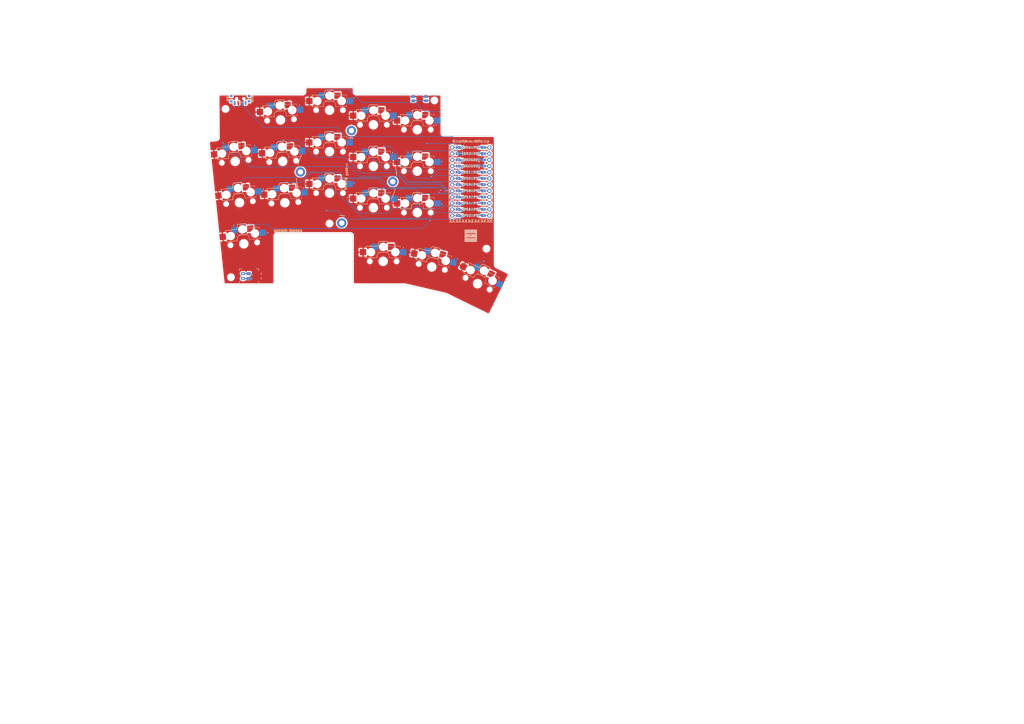
<source format=kicad_pcb>
(kicad_pcb (version 20240108) (generator "pcbnew") (generator_version "8.0")
  (title_block (title "left") (date "2024-12-14") (rev "v1.0.0") (company "Unknown"))
  (layers (0 "F.Cu" signal) (31 "B.Cu" signal) (34 "B.Paste" user) (35 "F.Paste" user) (36 "B.SilkS" user "B.Silkscreen") (37 "F.SilkS" user "F.Silkscreen") (38 "B.Mask" user) (39 "F.Mask" user) (44 "Edge.Cuts" user))
  (net 0 "")
  (net 1 "P18")
  (net 2 "GND")
  (net 3 "P15")
  (net 4 "P14")
  (net 5 "P16")
  (net 6 "P10")
  (net 7 "P9")
  (net 8 "P8")
  (net 9 "P7")
  (net 10 "P6")
  (net 11 "P5")
  (net 12 "P4")
  (net 13 "P3")
  (net 14 "P2")
  (net 15 "P0")
  (net 16 "P1")
  (net 17 "P19")
  (net 18 "P20")
  (net 19 "P21")
  (net 20 "RAW")
  (net 21 "RST")
  (net 22 "VCC")
  (net 23 "MCU1_24")
  (net 24 "MCU1_1")
  (net 25 "MCU1_23")
  (net 26 "MCU1_2")
  (net 27 "MCU1_22")
  (net 28 "MCU1_3")
  (net 29 "MCU1_21")
  (net 30 "MCU1_4")
  (net 31 "MCU1_20")
  (net 32 "MCU1_5")
  (net 33 "MCU1_19")
  (net 34 "MCU1_6")
  (net 35 "MCU1_18")
  (net 36 "MCU1_7")
  (net 37 "MCU1_17")
  (net 38 "MCU1_8")
  (net 39 "MCU1_16")
  (net 40 "MCU1_9")
  (net 41 "MCU1_15")
  (net 42 "MCU1_10")
  (net 43 "MCU1_14")
  (net 44 "MCU1_11")
  (net 45 "MCU1_13")
  (net 46 "MCU1_12")
  (net 47 "Braw")
  (net 48 "JST1_1")
  (net 49 "JST1_2")
  (footprint "ceoloide:mounting_hole_npth" (layer "F.Cu") (at 92.5013 44.6843)
    (property "Reference" "MH1" (hide yes))
    (property "Value" "")
  )
  (footprint "ceoloide:power_switch_smd_side" (layer "F.Cu") (at 98.5013 40.4843 90)
    (property "Reference" "PWR1" (hide yes))
    (property "Value" "")
  )
  (footprint "ceoloide:mounting_hole_npth" (layer "F.Cu") (at 199.5281 101.9976 -26)
    (property "Reference" "MH5" (hide yes))
    (property "Value" "")
  )
  (footprint "ceoloide:mounting_hole_npth" (layer "F.Cu") (at 94.6985 113.6843)
    (property "Reference" "MH3" (hide yes))
    (property "Value" "")
  )
  (footprint "ceoloide:battery_connector_jst_ph_2" (layer "F.Cu") (at 99.6985 113.2343 90)
    (property "Reference" "JST1" (hide yes))
    (property "Value" "")
  )
  (footprint "ceoloide:mounting_hole_npth" (layer "F.Cu") (at 135.1484 91.6843)
    (property "Reference" "MH4" (hide yes))
    (property "Value" "")
  )
  (footprint "TentingPuck" (layer "F.Cu") (at 142.1484 72.5176 -6)
    (property "Reference" "TENTINGPUCK1" (hide yes))
    (property "Value" "Tenting Puck" (hide yes))
  )
  (footprint "ceoloide:reset_switch_smd_side" (layer "F.Cu") (at 172.1484 40.4343)
    (property "Reference" "RST1" (hide yes))
    (property "Value" "")
  )
  (footprint "ceoloide:mounting_hole_npth" (layer "F.Cu") (at 178.1484 41.1843)
    (property "Reference" "MH2" (hide yes))
    (property "Value" "")
  )
  (footprint "ceoloide:utility_ergogen_logo" (layer "F.Cu") (at 193.098367 96.684291)
    (property "Reference" "LOGO1" (hide yes))
    (property "Value" "")
  )
  (footprint "ceoloide:mcu_nice_nano" (layer "F.Cu") (at 193.0984 73.1843)
    (property "Reference" "MCU1" (hide yes))
    (property "Value" "")
  )
  (footprint "ceoloide:switch_choc_v1_v2" (layer "B.Cu") (at 116.8307 83.1484 3)
    (property "Reference" "S4" (hide yes))
    (property "Value" "")
  )
  (footprint "ceoloide:switch_choc_v1_v2" (layer "B.Cu") (at 153.1484 85.1843)
    (property "Reference" "S10" (hide yes))
    (property "Value" "")
  )
  (footprint "ceoloide:switch_choc_v1_v2" (layer "B.Cu") (at 115.0513 49.195 3)
    (property "Reference" "S6" (hide yes))
    (property "Value" "")
  )
  (footprint "ceoloide:switch_choc_v1_v2" (layer "B.Cu") (at 96.446 66.1863 6)
    (property "Reference" "S3" (hide yes))
    (property "Value" "")
  )
  (footprint "ceoloide:switch_choc_v1_v2" (layer "B.Cu") (at 98.223 83.0931 6)
    (property "Reference" "S2" (hide yes))
    (property "Value" "")
  )
  (footprint "ceoloide:switch_choc_v1_v2" (layer "B.Cu") (at 100 100 6)
    (property "Reference" "S1" (hide yes))
    (property "Value" "")
  )
  (footprint "ceoloide:switch_choc_v1_v2" (layer "B.Cu") (at 135.1484 62.1843)
    (property "Reference" "S8" (hide yes))
    (property "Value" "")
  )
  (footprint "ceoloide:switch_choc_v1_v2" (layer "B.Cu") (at 153.1484 51.1843)
    (property "Reference" "S12" (hide yes))
    (property "Value" "")
  )
  (footprint "ceoloide:switch_choc_v1_v2" (layer "B.Cu") (at 153.1484 68.1843)
    (property "Reference" "S11" (hide yes))
    (property "Value" "")
  )
  (footprint "ceoloide:switch_choc_v1_v2" (layer "B.Cu") (at 171.1484 70.1843)
    (property "Reference" "S14" (hide yes))
    (property "Value" "")
  )
  (footprint "ceoloide:switch_choc_v1_v2" (layer "B.Cu") (at 171.1484 87.1843)
    (property "Reference" "S13" (hide yes))
    (property "Value" "")
  )
  (footprint "ceoloide:switch_choc_v1_v2" (layer "B.Cu") (at 115.941 66.1717 3)
    (property "Reference" "S5" (hide yes))
    (property "Value" "")
  )
  (footprint "ceoloide:switch_choc_v1_v2" (layer "B.Cu") (at 171.1484 53.1843)
    (property "Reference" "S15" (hide yes))
    (property "Value" "")
  )
  (footprint "ceoloide:switch_choc_v1_v2" (layer "B.Cu") (at 177.0819 109.478 -13)
    (property "Reference" "S17" (hide yes))
    (property "Value" "")
  )
  (footprint "ceoloide:switch_choc_v1_v2" (layer "B.Cu") (at 195.8681 116.3452 -26)
    (property "Reference" "S18" (hide yes))
    (property "Value" "")
  )
  (footprint "ceoloide:switch_choc_v1_v2" (layer "B.Cu") (at 157.1484 107.1843)
    (property "Reference" "S16" (hide yes))
    (property "Value" "")
  )
  (footprint "ceoloide:switch_choc_v1_v2" (layer "B.Cu") (at 135.1484 45.1843)
    (property "Reference" "S9" (hide yes))
    (property "Value" "")
  )
  (footprint "ceoloide:switch_choc_v1_v2" (layer "B.Cu") (at 135.1484 79.1843)
    (property "Reference" "S7" (hide yes))
    (property "Value" "")
  )
  (gr_arc (start 143.648367 95.684291) (mid 144.355498 95.977172) (end 144.648367 96.684291) (stroke (width 0.15)) (layer "Edge.Cuts"))
  (gr_arc (start 203.609995 109.551505) (mid 203.200327 109.182626) (end 203.048367 108.652711) (stroke (width 0.15)) (layer "Edge.Cuts"))
  (gr_arc (start 182.148367 55.684291) (mid 181.441285 55.391386) (end 181.148367 54.684291) (stroke (width 0.15)) (layer "Edge.Cuts"))
  (gr_circle (center 92.50125 44.684291) (end 93.60125 44.684291) (stroke (width 0.15)) (fill none) (layer "Edge.Cuts"))
  (gr_arc (start 112.648367 96.684291) (mid 112.941261 95.977178) (end 113.648367 95.684291) (stroke (width 0.15)) (layer "Edge.Cuts"))
  (gr_arc (start 112.648367 115.684291) (mid 112.355475 116.391392) (end 111.648367 116.684291) (stroke (width 0.15)) (layer "Edge.Cuts"))
  (gr_arc (start 125.148367 37.684291) (mid 124.855475 38.391392) (end 124.148367 38.684291) (stroke (width 0.15)) (layer "Edge.Cuts"))
  (gr_line (start 112.648367 96.684291) (end 112.648367 115.684291) (stroke (width 0.15)) (layer "Edge.Cuts"))
  (gr_arc (start 165.950302 116.684291) (mid 166.063505 116.690719) (end 166.175253 116.709921) (stroke (width 0.15)) (layer "Edge.Cuts"))
  (gr_line (start 181.148367 54.684291) (end 181.148367 39.684291) (stroke (width 0.15)) (layer "Edge.Cuts"))
  (gr_circle (center 199.528089 101.997617) (end 200.628089 101.997617) (stroke (width 0.15)) (fill none) (layer "Edge.Cuts"))
  (gr_arc (start 85.612321 58.778104) (mid 85.82971 58.044283) (end 86.502315 57.679054) (stroke (width 0.15)) (layer "Edge.Cuts"))
  (gr_line (start 125.148367 36.684291) (end 125.148367 37.684291) (stroke (width 0.15)) (layer "Edge.Cuts"))
  (gr_line (start 145.648367 116.684291) (end 165.950302 116.684291) (stroke (width 0.15)) (layer "Edge.Cuts"))
  (gr_line (start 144.148367 35.684291) (end 126.148367 35.684291) (stroke (width 0.15)) (layer "Edge.Cuts"))
  (gr_arc (start 125.148367 36.684291) (mid 125.441261 35.977178) (end 126.148367 35.684291) (stroke (width 0.15)) (layer "Edge.Cuts"))
  (gr_line (start 182.928945 120.60412) (end 199.79271 128.829128) (stroke (width 0.15)) (layer "Edge.Cuts"))
  (gr_line (start 144.648367 115.684291) (end 144.648367 96.684291) (stroke (width 0.15)) (layer "Edge.Cuts"))
  (gr_line (start 201.129876 128.368705) (end 208.582185 113.089206) (stroke (width 0.15)) (layer "Edge.Cuts"))
  (gr_line (start 182.148367 55.684291) (end 202.048367 55.684291) (stroke (width 0.15)) (layer "Edge.Cuts"))
  (gr_arc (start 144.148367 35.684291) (mid 144.855498 35.977172) (end 145.148367 36.684291) (stroke (width 0.15)) (layer "Edge.Cuts"))
  (gr_line (start 89.658836 56.438006) (end 89.510205 39.693167) (stroke (width 0.15)) (layer "Edge.Cuts"))
  (gr_circle (center 178.148367 41.184291) (end 179.248367 41.184291) (stroke (width 0.15)) (fill none) (layer "Edge.Cuts"))
  (gr_line (start 203.048367 56.684291) (end 203.048367 108.652711) (stroke (width 0.15)) (layer "Edge.Cuts"))
  (gr_arc (start 92.598911 116.684291) (mid 91.929777 116.427439) (end 91.604389 115.78882) (stroke (width 0.15)) (layer "Edge.Cuts"))
  (gr_line (start 143.648367 95.684291) (end 113.648367 95.684291) (stroke (width 0.15)) (layer "Edge.Cuts"))
  (gr_arc (start 202.048367 55.684291) (mid 202.755498 55.977172) (end 203.048367 56.684291) (stroke (width 0.15)) (layer "Edge.Cuts"))
  (gr_arc (start 180.148367 38.684291) (mid 180.855498 38.977172) (end 181.148367 39.684291) (stroke (width 0.15)) (layer "Edge.Cuts"))
  (gr_line (start 86.502315 57.679054) (end 88.763404 57.441404) (stroke (width 0.15)) (layer "Edge.Cuts"))
  (gr_arc (start 146.148367 38.684291) (mid 145.441285 38.391386) (end 145.148367 37.684291) (stroke (width 0.15)) (layer "Edge.Cuts"))
  (gr_circle (center 135.148367 91.684291) (end 136.248367 91.684291) (stroke (width 0.15)) (fill none) (layer "Edge.Cuts"))
  (gr_line (start 85.612321 58.778104) (end 91.604389 115.78882) (stroke (width 0.15)) (layer "Edge.Cuts"))
  (gr_arc (start 145.648367 116.684291) (mid 144.941285 116.391386) (end 144.648367 115.684291) (stroke (width 0.15)) (layer "Edge.Cuts"))
  (gr_arc (start 89.658836 56.438006) (mid 89.404987 57.112711) (end 88.763404 57.441404) (stroke (width 0.15)) (layer "Edge.Cuts"))
  (gr_arc (start 182.715525 120.528544) (mid 182.82438 120.560273) (end 182.928945 120.60412) (stroke (width 0.15)) (layer "Edge.Cuts"))
  (gr_arc (start 89.510205 39.693167) (mid 89.799929 38.980323) (end 90.510166 38.684291) (stroke (width 0.15)) (layer "Edge.Cuts"))
  (gr_line (start 146.148367 38.684291) (end 180.148367 38.684291) (stroke (width 0.15)) (layer "Edge.Cuts"))
  (gr_arc (start 208.121762 111.752041) (mid 208.628892 112.325263) (end 208.582185 113.089206) (stroke (width 0.15)) (layer "Edge.Cuts"))
  (gr_circle (center 94.698507 113.684291) (end 95.798507 113.684291) (stroke (width 0.15)) (fill none) (layer "Edge.Cuts"))
  (gr_line (start 90.510166 38.684291) (end 124.148367 38.684291) (stroke (width 0.15)) (layer "Edge.Cuts"))
  (gr_line (start 166.175253 116.709921) (end 182.715525 120.528544) (stroke (width 0.15)) (layer "Edge.Cuts"))
  (gr_line (start 111.648367 116.684291) (end 92.598911 116.684291) (stroke (width 0.15)) (layer "Edge.Cuts"))
  (gr_line (start 203.609996 109.551505) (end 208.121762 111.752041) (stroke (width 0.15)) (layer "Edge.Cuts"))
  (gr_line (start 145.148367 37.684291) (end 145.148367 36.684291) (stroke (width 0.15)) (layer "Edge.Cuts"))
  (gr_arc (start 201.129876 128.368705) (mid 200.556649 128.875824) (end 199.79271 128.829128) (stroke (width 0.15)) (layer "Edge.Cuts"))
  (gr_text "JLCJLCJLCJLCJLCJLCJLC" (at 193.098367 90.684291 0) (layer "B.SilkS") (effects (font (size 1 1)) (justify mirror)))
  (gr_text "602030 Battery" (at 118.148367 94.684291 0) (layer "B.SilkS") (effects (font (size 1 1)) (justify mirror)))
  (gr_text "JLCJLCJLCJLCJLCJLCJLC" (at 193.098367 90.684291 0) (layer "F.SilkS") (effects (font (size 1 1))))
  (gr_text "602030 Battery" (at 118.148367 94.684291 0) (layer "F.SilkS") (effects (font (size 1 1))))
  (segment (start 189.698 78.2643) (end 189.6984 78.2643) (width 0.2) (layer "F.Cu") (net 1))
  (segment (start 188.3234 78.2643) (end 189.698 78.2643) (width 0.25) (layer "F.Cu") (net 1))
  (segment (start 98.5283 96.1597) (end 95.778 93.4094) (width 0.2) (layer "F.Cu") (net 1))
  (segment (start 102.6351 93.7403) (end 100.2157 96.1597) (width 0.2) (layer "F.Cu") (net 1))
  (segment (start 180.8509 77.1014) (end 187.3087 77.1014) (width 0.2) (layer "F.Cu") (net 1))
  (segment (start 100.2157 96.1597) (end 98.5283 96.1597) (width 0.2) (layer "F.Cu") (net 1))
  (segment (start 188.323 78.2643) (end 188.3232 78.2643) (width 0.25) (layer "F.Cu") (net 1))
  (segment (start 176.4033 90.5423) (end 179.0604 87.8852) (width 0.2) (layer "F.Cu") (net 1))
  (segment (start 187.3087 77.1014) (end 188.3232 78.1159) (width 0.2) (layer "F.Cu") (net 1))
  (segment (start 188.3232 78.2643) (end 188.3234 78.2643) (width 0.25) (layer "F.Cu") (net 1))
  (segment (start 95.778 93.4094) (end 95.778 92.4869) (width 0.2) (layer "F.Cu") (net 1))
  (segment (start 179.0604 87.8852) (end 179.0604 78.8919) (width 0.2) (layer "F.Cu") (net 1))
  (segment (start 188.3232 78.1159) (end 188.3232 78.2643) (width 0.2) (layer "F.Cu") (net 1))
  (segment (start 179.0604 78.8919) (end 180.8509 77.1014) (width 0.2) (layer "F.Cu") (net 1))
  (via (at 95.778 92.4869) (size 0.6) (drill 0.3) (layers "F.Cu" "B.Cu") (net 1))
  (via (at 176.4033 90.5423) (size 0.6) (drill 0.3) (layers "F.Cu" "B.Cu") (net 1))
  (segment (start 197.873 78.2643) (end 197.524 78.2643) (width 0.25) (layer "B.Cu") (net 1))
  (segment (start 95.936 92.6645) (end 95.9361 92.6645) (width 0.2) (layer "B.Cu") (net 1))
  (segment (start 111.4912 93.6856) (end 109.7735 91.9679) (width 0.2) (layer "B.Cu") (net 1))
  (segment (start 109.7735 91.9679) (end 96.6132 91.9679) (width 0.2) (layer "B.Cu") (net 1))
  (segment (start 173.26 93.6856) (end 111.4912 93.6856) (width 0.2) (layer "B.Cu") (net 1))
  (segment (start 189.9184 78.0443) (end 189.6984 78.2643) (width 0.2) (layer "B.Cu") (net 1))
  (segment (start 196.799 77.5393) (end 196.198 77.5393) (width 0.25) (layer "B.Cu") (net 1))
  (segment (start 189.9184 78.0443) (end 189.918 78.0443) (width 0.25) (layer "B.Cu") (net 1))
  (segment (start 95.9361 92.6645) (end 95.9361 92.645) (width 0.2) (layer "B.Cu") (net 1))
  (segment (start 197.524 78.2643) (end 196.799 77.5393) (width 0.25) (layer "B.Cu") (net 1))
  (segment (start 196.198 77.5393) (end 195.693 78.0443) (width 0.25) (layer "B.Cu") (net 1))
  (segment (start 195.693 78.0443) (end 189.9184 78.0443) (width 0.25) (layer "B.Cu") (net 1))
  (segment (start 197.873 78.2643) (end 197.8734 78.2643) (width 0.2) (layer "B.Cu") (net 1))
  (segment (start 176.4033 90.5423) (end 173.26 93.6856) (width 0.2) (layer "B.Cu") (net 1))
  (segment (start 95.9361 92.645) (end 95.778 92.4869) (width 0.2) (layer "B.Cu") (net 1))
  (segment (start 96.121 94.4249) (end 95.936 92.6645) (width 0.2) (layer "B.Cu") (net 1))
  (segment (start 96.6132 91.9679) (end 95.9361 92.645) (width 0.2) (layer "B.Cu") (net 1))
  (segment (start 196.4984 65.5643) (end 196.498 65.5643) (width 0.25) (layer "F.Cu") (net 2))
  (segment (start 188.3234 63.0243) (end 189.698 63.0243) (width 0.25) (layer "F.Cu") (net 2))
  (segment (start 188.323 63.0243) (end 188.3234 63.0243) (width 0.25) (layer "F.Cu") (net 2))
  (segment (start 197.873 68.1043) (end 196.4984 68.1043) (width 0.25) (layer "F.Cu") (net 2))
  (segment (start 196.4984 68.1043) (end 196.498 68.1043) (width 0.25) (layer "F.Cu") (net 2))
  (segment (start 197.873 65.5643) (end 196.4984 65.5643) (width 0.25) (layer "F.Cu") (net 2))
  (via (at 168.2206 39.7393) (size 0.6) (drill 0.3) (layers "F.Cu" "B.Cu") (net 2))
  (via (at 173.4748 39.9393) (size 0.6) (drill 0.3) (layers "F.Cu" "B.Cu") (net 2))
  (via (at 165.4234 101.6299) (size 0.6) (drill 0.3) (layers "F.Cu" "B.Cu") (net 2))
  (via (at 160.9659 62.6053) (size 0.6) (drill 0.3) (layers "F.Cu" "B.Cu") (net 2))
  (via (at 109.7887 95.4485) (size 0.6) (drill 0.3) (layers "F.Cu" "B.Cu") (net 2))
  (via (at 145.231 40.088) (size 0.6) (drill 0.3) (layers "F.Cu" "B.Cu") (net 2))
  (via (at 181.2365 83.7371) (size 0.6) (drill 0.3) (layers "F.Cu" "B.Cu") (net 2))
  (via (at 124.4578 77.0983) (size 0.6) (drill 0.3) (layers "F.Cu" "B.Cu") (net 2))
  (via (at 197.5551 64.1718) (size 0.6) (drill 0.3) (layers "F.Cu" "B.Cu") (net 2))
  (via (at 160.4564 49.2421) (size 0.6) (drill 0.3) (layers "F.Cu" "B.Cu") (net 2))
  (via (at 189.7164 69.0259) (size 0.6) (drill 0.3) (layers "F.Cu" "B.Cu") (net 2))
  (via (at 163.2269 80.7606) (size 0.6) (drill 0.3) (layers "F.Cu" "B.Cu") (net 2))
  (via (at 189.7164 66.4859) (size 0.6) (drill 0.3) (layers "F.Cu" "B.Cu") (net 2))
  (via (at 178.7837 51.2612) (size 0.6) (drill 0.3) (layers "F.Cu" "B.Cu") (net 2))
  (via (at 181.2442 66.2455) (size 0.6) (drill 0.3) (layers "F.Cu" "B.Cu") (net 2))
  (via (at 104.4836 59.6542) (size 0.6) (drill 0.3) (layers "F.Cu" "B.Cu") (net 2))
  (via (at 187.6744 106.1173) (size 0.6) (drill 0.3) (layers "F.Cu" "B.Cu") (net 2))
  (via (at 122.9443 60.1143) (size 0.6) (drill 0.3) (layers "F.Cu" "B.Cu") (net 2))
  (via (at 122.8039 43.1308) (size 0.6) (drill 0.3) (layers "F.Cu" "B.Cu") (net 2))
  (via (at 103.2696 114.2343) (size 0.6) (drill 0.3) (layers "F.Cu" "B.Cu") (net 2))
  (via (at 145.251 75.0064) (size 0.6) (drill 0.3) (layers "F.Cu" "B.Cu") (net 2))
  (via (at 144.4343 56.612) (size 0.6) (drill 0.3) (layers "F.Cu" "B.Cu") (net 2))
  (via (at 107.9979 77.4937) (size 0.6) (drill 0.3) (layers "F.Cu" "B.Cu") (net 2))
  (segment (start 123.0068 43.3337) (end 123.0305 43.3337) (width 0.2) (layer "B.Cu") (net 2))
  (segment (start 145.0251 75.2323) (end 145.0251 75.4343) (width 0.2) (layer "B.Cu") (net 2))
  (segment (start 104.2837 61.5919) (end 104.0987 59.8314) (width 0.2) (layer "B.Cu") (net 2))
  (segment (start 187.1888 105.7647) (end 186.432 105.7647) (width 0.2) (layer "B.Cu") (net 2))
  (segment (start 197.5551 64.1718) (end 197.7759 63.951) (width 0.2) (layer "B.Cu") (net 2))
  (segment (start 197.8734 63.0243) (end 197.8734 63.951) (width 0.2) (layer "B.Cu") (net 2))
  (segment (start 195.693 62.8043) (end 189.918 62.8043) (width 0.25) (layer "B.Cu") (net 2))
  (segment (start 189.398 68.8293) (end 189.7164 68.8293) (width 0.25) (layer "B.Cu") (net 2))
  (segment (start 189.7164 66.4859) (end 189.7164 66.2893) (width 0.2) (layer "B.Cu") (net 2))
  (segment (start 197.8734 63.0243) (end 197.873 63.0243) (width 0.2) (layer "B.Cu") (net 2))
  (segment (start 181.2139 66.2455) (end 181.0251 66.4343) (width 0.2) (layer "B.Cu") (net 2))
  (segment (start 179.4234 83.4343) (end 181.0251 83.4343) (width 0.2) (layer "B.Cu") (net 2))
  (segment (start 123.1187 45.0171) (end 123.0305 43.3337) (width 0.2) (layer "B.Cu") (net 2))
  (segment (start 163.2269 80.7606) (end 163.0251 80.9624) (width 0.2) (layer "B.Cu") (net 2))
  (segment (start 160.6625 49.036) (end 161.4234 49.036) (width 0.2) (layer "B.Cu") (net 2))
  (segment (start 165.4234 103.4343) (end 165.4234 101.6299) (width 0.2) (layer "B.Cu") (net 2))
  (segment (start 143.4234 75.4343) (end 145.0251 75.4343) (width 0.2) (layer "B.Cu") (net 2))
  (segment (start 189.7164 69.0259) (end 189.7164 68.8293) (width 0.2) (layer "B.Cu") (net 2))
  (segment (start 168.2917 39.7393) (end 168.4467 39.5843) (width 0.2) (layer "B.Cu") (net 2))
  (segment (start 123.1404 60.3104) (end 123.9202 60.3104) (width 0.2) (layer "B.Cu") (net 2))
  (segment (start 189.999 66.2893) (end 190.494 65.7943) (width 0.25) (layer "B.Cu") (net 2))
  (segment (start 178.7837 51.2612) (end 179.0089 51.036) (width 0.2) (layer "B.Cu") (net 2))
  (segment (start 187.5414 106.1173) (end 187.1888 105.7647) (width 0.2) (layer "B.Cu") (net 2))
  (segment (start 179.4234 49.4343) (end 179.4234 51.036) (width 0.2) (layer "B.Cu") (net 2))
  (segment (start 169.5234 39.5843) (end 168.4467 39.5843) (width 0.2) (layer "B.Cu") (net 2))
  (segment (start 109.5982 95.258) (end 109.5982 95.2206) (width 0.2) (layer "B.Cu") (net 2))
  (segment (start 190.494 68.3343) (end 196.268 68.3343) (width 0.25) (layer "B.Cu") (net 2))
  (segment (start 161.1932 62.8326) (end 161.4234 62.8326) (width 0.2) (layer "B.Cu") (net 2))
  (segment (start 161.4234 64.4343) (end 161.4234 62.8326) (width 0.2) (layer "B.Cu") (net 2))
  (segment (start 107.8212 77.6704) (end 107.8212 78.3137) (width 0.2) (layer "B.Cu") (net 2))
  (segment (start 122.8039 43.1308) (end 123.0068 43.3337) (width 0.2) (layer "B.Cu") (net 2))
  (segment (start 124.6466 77.2871) (end 124.8099 77.2871) (width 0.2) (layer "B.Cu") (net 2))
  (segment (start 104.4836 59.6542) (end 104.3064 59.8314) (width 0.2) (layer "B.Cu") (net 2))
  (segment (start 106.0607 78.4987) (end 107.8212 78.3137) (width 0.2) (layer "B.Cu") (net 2))
  (segment (start 124.0084 61.9938) (end 123.9202 60.3104) (width 0.2) (layer "B.Cu") (net 2))
  (segment (start 173.4748 39.9393) (end 173.6967 39.7174) (width 0.2) (layer "B.Cu") (net 2))
  (segment (start 107.8377 95.4056) (end 109.5982 95.2206) (width 0.2) (layer "B.Cu") (net 2))
  (segment (start 179.0089 51.036) (end 179.4234 51.036) (width 0.2) (layer "B.Cu") (net 2))
  (segment (start 190.494 65.7943) (end 196.268 65.7943) (width 0.25) (layer "B.Cu") (net 2))
  (segment (start 187.6744 106.1173) (end 187.5414 106.1173) (width 0.2) (layer "B.Cu") (net 2))
  (segment (start 181.2442 66.2455) (end 181.2139 66.2455) (width 0.2) (layer "B.Cu") (net 2))
  (segment (start 189.7164 66.2893) (end 189.999 66.2893) (width 0.25) (layer "B.Cu") (net 2))
  (segment (start 173.6967 39.7174) (end 173.6967 39.5843) (width 0.2) (layer "B.Cu") (net 2))
  (segment (start 189.7164 68.8293) (end 189.999 68.8293) (width 0.25) (layer "B.Cu") (net 2))
  (segment (start 185.9884 107.6856) (end 186.432 105.7647) (width 0.2) (layer "B.Cu") (net 2))
  (segment (start 107.9979 77.4937) (end 107.8212 77.6704) (width 0.2) (layer "B.Cu") (net 2))
  (segment (start 161.4234 81.4343) (end 163.0251 81.4343) (width 0.2) (layer "B.Cu") (net 2))
  (segment (start 181.0251 83.5257) (end 181.0251 83.4343) (width 0.2) (layer "B.Cu") (net 2))
  (segment (start 144.2137 56.8326) (end 144.4343 56.612) (width 0.2) (layer "B.Cu") (net 2))
  (segment (start 189.999 68.8293) (end 190.494 68.3343) (width 0.25) (layer "B.Cu") (net 2))
  (segment (start 197.7759 63.951) (end 197.8734 63.951) (width 0.2) (layer "B.Cu") (net 2))
  (segment (start 197.873 63.0243) (end 197.524 63.0243) (width 0.25) (layer "B.Cu") (net 2))
  (segment (start 145.251 75.0064) (end 145.0251 75.2323) (width 0.2) (layer "B.Cu") (net 2))
  (segment (start 160.4564 49.2421) (end 160.6625 49.036) (width 0.2) (layer "B.Cu") (net 2))
  (segment (start 188.3234 68.1043) (end 188.673 68.1043) (width 0.25) (layer "B.Cu") (net 2))
  (segment (start 124.8981 78.9705) (end 124.8099 77.2871) (width 0.2) (layer "B.Cu") (net 2))
  (segment (start 143.4234 41.4343) (end 145.0251 41.4343) (width 0.2) (layer "B.Cu") (net 2))
  (segment (start 189.398 66.2893) (end 189.7164 66.2893) (width 0.25) (layer "B.Cu") (net 2))
  (segment (start 163.0251 80.9624) (end 163.0251 81.4343) (width 0.2) (layer "B.Cu") (net 2))
  (segment (start 196.198 62.2993) (end 195.693 62.8043) (width 0.25) (layer "B.Cu") (net 2))
  (segment (start 181.2365 83.7371) (end 181.0251 83.5257) (width 0.2) (layer "B.Cu") (net 2))
  (segment (start 174.7734 39.5843) (end 173.6967 39.5843) (width 0.2) (layer "B.Cu") (net 2))
  (segment (start 188.323 68.1043) (end 188.3234 68.1043) (width 0.25) (layer "B.Cu") (net 2))
  (segment (start 160.9659 62.6053) (end 161.1932 62.8326) (width 0.2) (layer "B.Cu") (net 2))
  (segment (start 161.4234 47.4343) (end 161.4234 49.036) (width 0.2) (layer "B.Cu") (net 2))
  (segment (start 145.0251 40.2939) (end 145.0251 41.4343) (width 0.2) (layer "B.Cu") (net 2))
  (segment (start 188.673 68.1043) (end 189.398 68.8293) (width 0.25) (layer "B.Cu") (net 2))
  (segment (start 122.9443 60.1143) (end 123.1404 60.3104) (width 0.2) (layer "B.Cu") (net 2))
  (segment (start 143.4234 56.8326) (end 144.2137 56.8326) (width 0.2) (layer "B.Cu") (net 2))
  (segment (start 104.3064 59.8314) (end 104.0987 59.8314) (width 0.2) (layer "B.Cu") (net 2))
  (segment (start 188.673 65.5643) (end 189.398 66.2893) (width 0.25) (layer "B.Cu") (net 2))
  (segment (start 197.524 63.0243) (end 196.799 62.2993) (width 0.25) (layer "B.Cu") (net 2))
  (segment (start 145.231 40.088) (end 145.0251 40.2939) (width 0.2) (layer "B.Cu") (net 2))
  (segment (start 196.799 62.2993) (end 196.198 62.2993) (width 0.25) (layer "B.Cu") (net 2))
  (segment (start 188.323 65.5643) (end 188.3234 65.5643) (width 0.25) (layer "B.Cu") (net 2))
  (segment (start 179.4234 66.4343) (end 181.0251 66.4343) (width 0.2) (layer "B.Cu") (net 2))
  (segment (start 103.2696 114.2343) (end 102.5145 114.2343) (width 0.2) (layer "B.Cu") (net 2))
  (segment (start 188.3234 65.5643) (end 188.673 65.5643) (width 0.25) (layer "B.Cu") (net 2))
  (segment (start 143.4234 58.4343) (end 143.4234 56.8326) (width 0.2) (layer "B.Cu") (net 2))
  (segment (start 168.2206 39.7393) (end 168.2917 39.7393) (width 0.2) (layer "B.Cu") (net 2))
  (segment (start 109.7887 95.4485) (end 109.5982 95.258) (width 0.2) (layer "B.Cu") (net 2))
  (segment (start 124.4578 77.0983) (end 124.6466 77.2871) (width 0.2) (layer "B.Cu") (net 2))
  (segment (start 100.6731 75.0729) (end 99.0976 75.0729) (width 0.2) (layer "F.Cu") (net 3))
  (segment (start 183.7845 77.6782) (end 183.2098 77.6782) (width 0.2) (layer "F.Cu") (net 3))
  (segment (start 188.323 80.8043) (end 188.3232 80.8043) (width 0.25) (layer "F.Cu") (net 3))
  (segment (start 188.3234 80.8043) (end 189.698 80.8043) (width 0.25) (layer "F.Cu") (net 3))
  (segment (start 189.698 80.8043) (end 189.6984 80.8043) (width 0.2) (layer "F.Cu") (net 3))
  (segment (start 188.3232 80.6986) (end 187.1642 79.5396) (width 0.2) (layer "F.Cu") (net 3))
  (segment (start 188.3232 80.8043) (end 188.3234 80.8043) (width 0.25) (layer "F.Cu") (net 3))
  (segment (start 99.0976 75.0729) (end 98.7595 74.7348) (width 0.2) (layer "F.Cu") (net 3))
  (segment (start 184.2137 78.1074) (end 183.7845 77.6782) (width 0.2) (layer "F.Cu") (net 3))
  (segment (start 100.8581 76.8334) (end 100.6731 75.0729) (width 0.2) (layer "F.Cu") (net 3))
  (segment (start 185.1087 79.5396) (end 184.2137 78.6446) (width 0.2) (layer "F.Cu") (net 3))
  (segment (start 187.1642 79.5396) (end 185.1087 79.5396) (width 0.2) (layer "F.Cu") (net 3))
  (segment (start 183.2098 77.6782) (end 182.6793 78.2087) (width 0.2) (layer "F.Cu") (net 3))
  (segment (start 188.3232 80.8043) (end 188.3232 80.6986) (width 0.2) (layer "F.Cu") (net 3))
  (segment (start 184.2137 78.6446) (end 184.2137 78.1074) (width 0.2) (layer "F.Cu") (net 3))
  (via (at 182.6793 78.2087) (size 0.6) (drill 0.3) (layers "F.Cu" "B.Cu") (net 3))
  (via (at 98.7595 74.7348) (size 0.6) (drill 0.3) (layers "F.Cu" "B.Cu") (net 3))
  (segment (start 197.524 80.8043) (end 196.799 80.0793) (width 0.25) (layer "B.Cu") (net 3))
  (segment (start 195.693 80.5843) (end 189.9184 80.5843) (width 0.25) (layer "B.Cu") (net 3))
  (segment (start 189.9184 80.5843) (end 189.6984 80.8043) (width 0.2) (layer "B.Cu") (net 3))
  (segment (start 138.9679 70.5014) (end 141.341 72.8745) (width 0.2) (layer "B.Cu") (net 3))
  (segment (start 196.198 80.0793) (end 195.693 80.5843) (width 0.25) (layer "B.Cu") (net 3))
  (segment (start 181.1946 76.7546) (end 182.6487 78.2087) (width 0.2) (layer "B.Cu") (net 3))
  (segment (start 197.873 80.8043) (end 197.8734 80.8043) (width 0.2) (layer "B.Cu") (net 3))
  (segment (start 156.0413 72.8745) (end 159.9214 76.7546) (width 0.2) (layer "B.Cu") (net 3))
  (segment (start 196.799 80.0793) (end 196.198 80.0793) (width 0.25) (layer "B.Cu") (net 3))
  (segment (start 100.6825 72.8118) (end 124.6009 72.8118) (width 0.2) (layer "B.Cu") (net 3))
  (segment (start 197.873 80.8043) (end 197.524 80.8043) (width 0.25) (layer "B.Cu") (net 3))
  (segment (start 97.1272 74.7348) (end 98.7595 74.7348) (width 0.2) (layer "B.Cu") (net 3))
  (segment (start 159.9214 76.7546) (end 181.1946 76.7546) (width 0.2) (layer "B.Cu") (net 3))
  (segment (start 182.6487 78.2087) (end 182.6793 78.2087) (width 0.2) (layer "B.Cu") (net 3))
  (segment (start 98.7595 74.7348) (end 100.6825 72.8118) (width 0.2) (layer "B.Cu") (net 3))
  (segment (start 189.9184 80.5843) (end 189.918 80.5843) (width 0.25) (layer "B.Cu") (net 3))
  (segment (start 124.6009 72.8118) (end 126.9113 70.5014) (width 0.2) (layer "B.Cu") (net 3))
  (segment (start 141.341 72.8745) (end 156.0413 72.8745) (width 0.2) (layer "B.Cu") (net 3))
  (segment (start 94.344 77.518) (end 97.1272 74.7348) (width 0.2) (layer "B.Cu") (net 3))
  (segment (start 126.9113 70.5014) (end 138.9679 70.5014) (width 0.2) (layer "B.Cu") (net 3))
  (segment (start 99.0811 59.9266) (end 98.8961 58.1661) (width 0.2) (layer "F.Cu") (net 4))
  (segment (start 97.6161 58.2056) (end 91.6705 58.2056) (width 0.2) (layer "F.Cu") (net 4))
  (segment (start 188.3232 83.1959) (end 187.2016 82.0743) (width 0.2) (layer "F.Cu") (net 4))
  (segment (start 189.698 83.3443) (end 189.6984 83.3443) (width 0.2) (layer "F.Cu") (net 4))
  (segment (start 183.4989 80.5459) (end 183.4989 78.2821) (width 0.2) (layer "F.Cu") (net 4))
  (segment (start 91.6705 58.2056) (end 91.3827 58.4934) (width 0.2) (layer "F.Cu") (net 4))
  (segment (start 98.8961 58.1661) (end 97.6556 58.1661) (width 0.2) (layer "F.Cu") (net 4))
  (segment (start 97.6556 58.1661) (end 97.6161 58.2056) (width 0.2) (layer "F.Cu") (net 4))
  (segment (start 188.3234 83.3443) (end 189.698 83.3443) (width 0.25) (layer "F.Cu") (net 4))
  (segment (start 185.0273 82.0743) (end 183.4989 80.5459) (width 0.2) (layer "F.Cu") (net 4))
  (segment (start 188.3232 83.3443) (end 188.3232 83.1959) (width 0.2) (layer "F.Cu") (net 4))
  (segment (start 188.3232 83.3443) (end 188.3234 83.3443) (width 0.25) (layer "F.Cu") (net 4))
  (segment (start 188.323 83.3443) (end 188.3232 83.3443) (width 0.25) (layer "F.Cu") (net 4))
  (segment (start 187.2016 82.0743) (end 185.0273 82.0743) (width 0.2) (layer "F.Cu") (net 4))
  (via (at 183.4989 78.2821) (size 0.6) (drill 0.3) (layers "F.Cu" "B.Cu") (net 4))
  (via (at 91.3827 58.4934) (size 0.6) (drill 0.3) (layers "F.Cu" "B.Cu") (net 4))
  (segment (start 189.9184 83.1243) (end 189.918 83.1243) (width 0.25) (layer "B.Cu") (net 4))
  (segment (start 92.567 60.6112) (end 95.2249 63.2691) (width 0.2) (layer "B.Cu") (net 4))
  (segment (start 196.799 82.6193) (end 196.198 82.6193) (width 0.25) (layer "B.Cu") (net 4))
  (segment (start 182.6149 77.6069) (end 182.9475 77.6069) (width 0.2) (layer "B.Cu") (net 4))
  (segment (start 197.873 83.3443) (end 197.524 83.3443) (width 0.25) (layer "B.Cu") (net 4))
  (segment (start 117.0014 68.3169) (end 143.3925 68.3169) (width 0.2) (layer "B.Cu") (net 4))
  (segment (start 195.693 83.1243) (end 189.9184 83.1243) (width 0.25) (layer "B.Cu") (net 4))
  (segment (start 180.6279 75.6199) (end 182.6149 77.6069) (width 0.2) (layer "B.Cu") (net 4))
  (segment (start 197.873 83.3443) (end 197.8734 83.3443) (width 0.2) (layer "B.Cu") (net 4))
  (segment (start 196.198 82.6193) (end 195.693 83.1243) (width 0.25) (layer "B.Cu") (net 4))
  (segment (start 92.382 58.8508) (end 91.7401 58.8508) (width 0.2) (layer "B.Cu") (net 4))
  (segment (start 97.4105 63.2691) (end 102.6191 68.4777) (width 0.2) (layer "B.Cu") (net 4))
  (segment (start 102.6191 68.4777) (end 116.8406 68.4777) (width 0.2) (layer "B.Cu") (net 4))
  (segment (start 189.9184 83.1243) (end 189.6984 83.3443) (width 0.2) (layer "B.Cu") (net 4))
  (segment (start 143.3925 68.3169) (end 147.374 72.2984) (width 0.2) (layer "B.Cu") (net 4))
  (segment (start 166.7903 75.6199) (end 180.6279 75.6199) (width 0.2) (layer "B.Cu") (net 4))
  (segment (start 197.524 83.3443) (end 196.799 82.6193) (width 0.25) (layer "B.Cu") (net 4))
  (segment (start 163.4688 72.2984) (end 166.7903 75.6199) (width 0.2) (layer "B.Cu") (net 4))
  (segment (start 182.9475 77.6069) (end 183.0641 77.4903) (width 0.2) (layer "B.Cu") (net 4))
  (segment (start 116.8406 68.4777) (end 117.0014 68.3169) (width 0.2) (layer "B.Cu") (net 4))
  (segment (start 95.2249 63.2691) (end 97.4105 63.2691) (width 0.2) (layer "B.Cu") (net 4))
  (segment (start 92.567 60.6112) (end 92.382 58.8508) (width 0.2) (layer "B.Cu") (net 4))
  (segment (start 147.374 72.2984) (end 163.4688 72.2984) (width 0.2) (layer "B.Cu") (net 4))
  (segment (start 183.4989 77.925) (end 183.4989 78.2821) (width 0.2) (layer "B.Cu") (net 4))
  (segment (start 91.7401 58.8508) (end 91.3827 58.4934) (width 0.2) (layer "B.Cu") (net 4))
  (segment (start 183.0642 77.4903) (end 183.4989 77.925) (width 0.2) (layer "B.Cu") (net 4))
  (segment (start 183.0641 77.4903) (end 183.0642 77.4903) (width 0.2) (layer "B.Cu") (net 4))
  (segment (start 180.8226 80.3544) (end 180.8226 78.022) (width 0.2) (layer "F.Cu") (net 5))
  (segment (start 189.698 85.8843) (end 189.6984 85.8843) (width 0.2) (layer "F.Cu") (net 5))
  (segment (start 188.3232 85.7359) (end 187.2016 84.6143) (width 0.2) (layer "F.Cu") (net 5))
  (segment (start 188.3234 85.8843) (end 189.698 85.8843) (width 0.25) (layer "F.Cu") (net 5))
  (segment (start 188.3232 85.8843) (end 188.3234 85.8843) (width 0.25) (layer "F.Cu") (net 5))
  (segment (start 185.0825 84.6143) (end 180.8226 80.3544) (width 0.2) (layer "F.Cu") (net 5))
  (segment (start 119.7898 77.0352) (end 119.7016 75.3518) (width 0.2) (layer "F.Cu") (net 5))
  (segment (start 188.323 85.8843) (end 188.3232 85.8843) (width 0.25) (layer "F.Cu") (net 5))
  (segment (start 119.7016 75.3518) (end 118.1064 75.3518) (width 0.2) (layer "F.Cu") (net 5))
  (segment (start 188.3232 85.8843) (end 188.3232 85.7359) (width 0.2) (layer "F.Cu") (net 5))
  (segment (start 187.2016 84.6143) (end 185.0825 84.6143) (width 0.2) (layer "F.Cu") (net 5))
  (segment (start 118.1064 75.3518) (end 117.5337 74.7791) (width 0.2) (layer "F.Cu") (net 5))
  (via (at 180.8226 78.022) (size 0.6) (drill 0.3) (layers "F.Cu" "B.Cu") (net 5))
  (via (at 117.5337 74.7791) (size 0.6) (drill 0.3) (layers "F.Cu" "B.Cu") (net 5))
  (segment (start 115.8477 74.7791) (end 117.5337 74.7791) (width 0.2) (layer "B.Cu") (net 5))
  (segment (start 197.524 85.8843) (end 196.799 85.1593) (width 0.25) (layer "B.Cu") (net 5))
  (segment (start 127.2341 70.9161) (end 137.1005 70.9161) (width 0.2) (layer "B.Cu") (net 5))
  (segment (start 189.9184 85.6643) (end 189.6984 85.8843) (width 0.2) (layer "B.Cu") (net 5))
  (segment (start 158.882 77.1563) (end 179.9569 77.1563) (width 0.2) (layer "B.Cu") (net 5))
  (segment (start 113.2488 77.378) (end 115.8477 74.7791) (width 0.2) (layer "B.Cu") (net 5))
  (segment (start 139.567 73.3826) (end 155.1083 73.3826) (width 0.2) (layer "B.Cu") (net 5))
  (segment (start 196.198 85.1593) (end 195.693 85.6643) (width 0.25) (layer "B.Cu") (net 5))
  (segment (start 197.873 85.8843) (end 197.8734 85.8843) (width 0.2) (layer "B.Cu") (net 5))
  (segment (start 123.3711 74.7791) (end 127.2341 70.9161) (width 0.2) (layer "B.Cu") (net 5))
  (segment (start 137.1005 70.9161) (end 139.567 73.3826) (width 0.2) (layer "B.Cu") (net 5))
  (segment (start 195.693 85.6643) (end 189.9184 85.6643) (width 0.25) (layer "B.Cu") (net 5))
  (segment (start 117.5337 74.7791) (end 123.3711 74.7791) (width 0.2) (layer "B.Cu") (net 5))
  (segment (start 196.799 85.1593) (end 196.198 85.1593) (width 0.25) (layer "B.Cu") (net 5))
  (segment (start 155.1083 73.3826) (end 158.882 77.1563) (width 0.2) (layer "B.Cu") (net 5))
  (segment (start 179.9569 77.1563) (end 180.8226 78.022) (width 0.2) (layer "B.Cu") (net 5))
  (segment (start 189.9184 85.6643) (end 189.918 85.6643) (width 0.25) (layer "B.Cu") (net 5))
  (segment (start 197.873 85.8843) (end 197.524 85.8843) (width 0.25) (layer "B.Cu") (net 5))
  (segment (start 183.4885 85.5244) (end 183.4885 85.0934) (width 0.2) (layer "F.Cu") (net 6))
  (segment (start 180.1205 81.7254) (end 180.1205 78.8621) (width 0.2) (layer "F.Cu") (net 6))
  (segment (start 188.3232 88.2759) (end 187.2016 87.1543) (width 0.2) (layer "F.Cu") (net 6))
  (segment (start 188.3234 88.4243) (end 189.698 88.4243) (width 0.25) (layer "F.Cu") (net 6))
  (segment (start 117.2167 58.3751) (end 116.2741 57.4325) (width 0.2) (layer "F.Cu") (net 6))
  (segment (start 188.3232 88.4243) (end 188.3232 88.2759) (width 0.2) (layer "F.Cu") (net 6))
  (segment (start 118.9001 60.0585) (end 118.8119 58.3751) (width 0.2) (layer "F.Cu") (net 6))
  (segment (start 188.323 88.4243) (end 188.3232 88.4243) (width 0.25) (layer "F.Cu") (net 6))
  (segment (start 183.4885 85.0934) (end 180.1205 81.7254) (width 0.2) (layer "F.Cu") (net 6))
  (segment (start 188.3232 88.4243) (end 188.3234 88.4243) (width 0.25) (layer "F.Cu") (net 6))
  (segment (start 185.1184 87.1543) (end 183.4885 85.5244) (width 0.2) (layer "F.Cu") (net 6))
  (segment (start 187.2016 87.1543) (end 185.1184 87.1543) (width 0.2) (layer "F.Cu") (net 6))
  (segment (start 118.8119 58.3751) (end 117.2167 58.3751) (width 0.2) (layer "F.Cu") (net 6))
  (segment (start 189.698 88.4243) (end 189.6984 88.4243) (width 0.2) (layer "F.Cu") (net 6))
  (via (at 116.2741 57.4325) (size 0.6) (drill 0.3) (layers "F.Cu" "B.Cu") (net 6))
  (via (at 180.1205 78.8621) (size 0.6) (drill 0.3) (layers "F.Cu" "B.Cu") (net 6))
  (segment (start 182.9226 77.0638) (end 183.2057 77.0638) (width 0.2) (layer "B.Cu") (net 6))
  (segment (start 189.9184 88.2043) (end 189.918 88.2043) (width 0.25) (layer "B.Cu") (net 6))
  (segment (start 196.799 87.6993) (end 196.198 87.6993) (width 0.25) (layer "B.Cu") (net 6))
  (segment (start 197.873 88.4243) (end 197.524 88.4243) (width 0.25) (layer "B.Cu") (net 6))
  (segment (start 116.2741 57.4325) (end 122.4869 57.4325) (width 0.2) (layer "B.Cu") (net 6))
  (segment (start 162.7296 70.9085) (end 166.6787 74.8576) (width 0.2) (layer "B.Cu") (net 6))
  (segment (start 147.9044 70.9085) (end 162.7296 70.9085) (width 0.2) (layer "B.Cu") (net 6))
  (segment (start 112.3591 60.4013) (end 115.3279 57.4325) (width 0.2) (layer "B.Cu") (net 6))
  (segment (start 197.524 88.4243) (end 196.799 87.6993) (width 0.25) (layer "B.Cu") (net 6))
  (segment (start 180.4336 74.8576) (end 182.7399 77.1639) (width 0.2) (layer "B.Cu") (net 6))
  (segment (start 183.2057 77.0638) (end 184.1269 77.985) (width 0.2) (layer "B.Cu") (net 6))
  (segment (start 141.4924 64.4965) (end 147.9044 70.9085) (width 0.2) (layer "B.Cu") (net 6))
  (segment (start 195.693 88.2043) (end 189.9184 88.2043) (width 0.25) (layer "B.Cu") (net 6))
  (segment (start 196.198 87.6993) (end 195.693 88.2043) (width 0.25) (layer "B.Cu") (net 6))
  (segment (start 182.8225 77.1639) (end 182.9226 77.0638) (width 0.2) (layer "B.Cu") (net 6))
  (segment (start 182.7399 77.1639) (end 182.8225 77.1639) (width 0.2) (layer "B.Cu") (net 6))
  (segment (start 115.3279 57.4325) (end 116.2741 57.4325) (width 0.2) (layer "B.Cu") (net 6))
  (segment (start 180.209 78.9506) (end 180.1205 78.8621) (width 0.2) (layer "B.Cu") (net 6))
  (segment (start 129.5509 64.4965) (end 141.4924 64.4965) (width 0.2) (layer "B.Cu") (net 6))
  (segment (start 184.1269 77.985) (end 184.1269 78.5659) (width 0.2) (layer "B.Cu") (net 6))
  (segment (start 183.7422 78.9506) (end 180.209 78.9506) (width 0.2) (layer "B.Cu") (net 6))
  (segment (start 197.873 88.4243) (end 197.8734 88.4243) (width 0.2) (layer "B.Cu") (net 6))
  (segment (start 122.4869 57.4325) (end 129.5509 64.4965) (width 0.2) (layer "B.Cu") (net 6))
  (segment (start 184.1269 78.5659) (end 183.7422 78.9506) (width 0.2) (layer "B.Cu") (net 6))
  (segment (start 166.6787 74.8576) (end 180.4336 74.8576) (width 0.2) (layer "B.Cu") (net 6))
  (segment (start 189.9184 88.2043) (end 189.6984 88.4243) (width 0.2) (layer "B.Cu") (net 6))
  (segment (start 117.735 48.6964) (end 117.735 43.3572) (width 0.2) (layer "F.Cu") (net 7))
  (segment (start 197.873 88.4243) (end 197.8734 88.4243) (width 0.2) (layer "F.Cu") (net 7))
  (segment (start 133.9369 86.4136) (end 132.79 85.2667) (width 0.2) (layer "F.Cu") (net 7))
  (segment (start 111.0839 41.1535) (end 109.5977 42.6397) (width 0.2) (layer "F.Cu") (net 7))
  (segment (start 117.9222 41.3984) (end 116.327 41.3984) (width 0.2) (layer "F.Cu") (net 7))
  (segment (start 197.873 88.4243) (end 196.4984 88.4243) (width 0.25) (layer "F.Cu") (net 7))
  (segment (start 116.0821 41.1535) (end 111.0839 41.1535) (width 0.2) (layer "F.Cu") (net 7))
  (segment (start 117.735 43.3572) (end 118.0104 43.0818) (width 0.2) (layer "F.Cu") (net 7))
  (segment (start 124.9901 61.3113) (end 124.9901 55.9515) (width 0.2) (layer "F.Cu") (net 7))
  (segment (start 116.327 41.3984) (end 116.0821 41.1535) (width 0.2) (layer "F.Cu") (net 7))
  (segment (start 118.0104 43.0818) (end 117.9222 41.3984) (width 0.2) (layer "F.Cu") (net 7))
  (segment (start 124.9901 55.9515) (end 117.735 48.6964) (width 0.2) (layer "F.Cu") (net 7))
  (segment (start 132.79 69.1112) (end 124.9901 61.3113) (width 0.2) (layer "F.Cu") (net 7))
  (segment (start 132.79 85.2667) (end 132.79 69.1112) (width 0.2) (layer "F.Cu") (net 7))
  (segment (start 196.4984 88.4243) (end 196.498 88.4243) (width 0.25) (layer "F.Cu") (net 7))
  (via (at 109.5977 42.6397) (size 0.6) (drill 0.3) (layers "F.Cu" "B.Cu") (net 7))
  (via (at 133.9369 86.4136) (size 0.6) (drill 0.3) (layers "F.Cu" "B.Cu") (net 7))
  (segment (start 188.323 88.4243) (end 188.3234 88.4243) (width 0.25) (layer "B.Cu") (net 7))
  (segment (start 189.3983 89.1493) (end 189.999 89.1493) (width 0.25) (layer "B.Cu") (net 7))
  (segment (start 188.3234 88.4243) (end 188.673 88.4243) (width 0.25) (layer "B.Cu") (net 7))
  (segment (start 188.631 89.9166) (end 189.3983 89.1493) (width 0.2) (layer "B.Cu") (net 7))
  (segment (start 133.9369 86.4136) (end 138.6084 86.4136) (width 0.2) (layer "B.Cu") (net 7))
  (segment (start 109.786 42.8281) (end 109.5977 42.6398) (width 0.2) (layer "B.Cu") (net 7))
  (segment (start 189.999 89.1493) (end 190.494 88.6543) (width 0.25) (layer "B.Cu") (net 7))
  (segment (start 138.6084 86.4136) (end 142.1114 89.9166) (width 0.2) (layer "B.Cu") (net 7))
  (segment (start 111.4694 43.4246) (end 109.786 43.5128) (width 0.2) (layer "B.Cu") (net 7))
  (segment (start 109.5977 42.6398) (end 109.5977 42.6397) (width 0.2) (layer "B.Cu") (net 7))
  (segment (start 196.268 88.6543) (end 196.2684 88.6543) (width 0.2) (layer "B.Cu") (net 7))
  (segment (start 109.786 43.5128) (end 109.786 42.8281) (width 0.2) (layer "B.Cu") (net 7))
  (segment (start 142.1114 89.9166) (end 188.631 89.9166) (width 0.2) (layer "B.Cu") (net 7))
  (segment (start 189.398 89.1493) (end 189.3983 89.1493) (width 0.25) (layer "B.Cu") (net 7))
  (segment (start 190.494 88.6543) (end 196.268 88.6543) (width 0.25) (layer "B.Cu") (net 7))
  (segment (start 188.673 88.4243) (end 189.398 89.1493) (width 0.25) (layer "B.Cu") (net 7))
  (segment (start 196.2684 88.6543) (end 196.4984 88.4243) (width 0.2) (layer "B.Cu") (net 7))
  (segment (start 196.4984 85.8843) (end 196.498 85.8843) (width 0.25) (layer "F.Cu") (net 8))
  (segment (start 197.873 85.8843) (end 196.4984 85.8843) (width 0.25) (layer "F.Cu") (net 8))
  (segment (start 197.873 85.8843) (end 197.8734 85.8843) (width 0.2) (layer "F.Cu") (net 8))
  (segment (start 136.3717 71.1826) (end 133.8697 71.1826) (width 0.2) (layer "F.Cu") (net 8))
  (segment (start 138.4234 73.2343) (end 136.3717 71.1826) (width 0.2) (layer "F.Cu") (net 8))
  (segment (start 133.8697 71.1826) (end 133.5345 71.5178) (width 0.2) (layer "F.Cu") (net 8))
  (via (at 133.5345 71.5178) (size 0.6) (drill 0.3) (layers "F.Cu" "B.Cu") (net 8))
  (segment (start 131.8734 71.6326) (end 133.4197 71.6326) (width 0.2) (layer "B.Cu") (net 8))
  (segment (start 188.673 85.8843) (end 189.398 86.6093) (width 0.25) (layer "B.Cu") (net 8))
  (segment (start 178.8022 87.1543) (end 176.474 89.4825) (width 0.2) (layer "B.Cu") (net 8))
  (segment (start 189.6985 86.6093) (end 189.999 86.6093) (width 0.25) (layer "B.Cu") (net 8))
  (segment (start 134.6739 75.4847) (end 134.1238 75.4847) (width 0.2) (layer "B.Cu") (net 8))
  (segment (start 189.6985 86.6093) (end 189.1535 87.1543) (width 0.2) (layer "B.Cu") (net 8))
  (segment (start 190.494 86.1143) (end 196.268 86.1143) (width 0.25) (layer "B.Cu") (net 8))
  (segment (start 188.3234 85.8843) (end 188.673 85.8843) (width 0.25) (layer "B.Cu") (net 8))
  (segment (start 133.4197 71.6326) (end 133.5345 71.5178) (width 0.2) (layer "B.Cu") (net 8))
  (segment (start 189.999 86.6093) (end 190.494 86.1143) (width 0.25) (layer "B.Cu") (net 8))
  (segment (start 189.1535 87.1543) (end 178.8022 87.1543) (width 0.2) (layer "B.Cu") (net 8))
  (segment (start 196.2684 86.1143) (end 196.4984 85.8843) (width 0.2) (layer "B.Cu") (net 8))
  (segment (start 148.6717 89.4825) (end 134.6739 75.4847) (width 0.2) (layer "B.Cu") (net 8))
  (segment (start 196.268 86.1143) (end 196.2684 86.1143) (width 0.2) (layer "B.Cu") (net 8))
  (segment (start 188.323 85.8843) (end 188.3234 85.8843) (width 0.25) (layer "B.Cu") (net 8))
  (segment (start 134.1238 75.4847) (end 131.8734 73.2343) (width 0.2) (layer "B.Cu") (net 8))
  (segment (start 189.398 86.6093) (end 189.6985 86.6093) (width 0.25) (layer "B.Cu") (net 8))
  (segment (start 131.8734 73.2343) (end 131.8734 71.6326) (width 0.2) (layer "B.Cu") (net 8))
  (segment (start 176.474 89.4825) (end 148.6717 89.4825) (width 0.2) (layer "B.Cu") (net 8))
  (segment (start 138.4234 56.2343) (end 136.2099 54.0208) (width 0.2) (layer "F.Cu") (net 9))
  (segment (start 142.4959 81.066) (end 142.4959 66.3495) (width 0.2) (layer "F.Cu") (net 9))
  (segment (start 142.4959 66.3495) (end 138.042 61.8956) (width 0.2) (layer "F.Cu") (net 9))
  (segment (start 196.4984 83.3443) (end 196.498 83.3443) (width 0.25) (layer "F.Cu") (net 9))
  (segment (start 138.042 61.8956) (end 138.042 56.6157) (width 0.2) (layer "F.Cu") (net 9))
  (segment (start 197.873 83.3443) (end 197.8734 83.3443) (width 0.2) (layer "F.Cu") (net 9))
  (segment (start 197.873 83.3443) (end 196.4984 83.3443) (width 0.25) (layer "F.Cu") (net 9))
  (segment (start 138.042 56.6157) (end 138.4234 56.2343) (width 0.2) (layer "F.Cu") (net 9))
  (via (at 142.4959 81.066) (size 0.6) (drill 0.3) (layers "F.Cu" "B.Cu") (net 9))
  (via (at 136.2099 54.0208) (size 0.6) (drill 0.3) (layers "F.Cu" "B.Cu") (net 9))
  (segment (start 142.4959 82.1793) (end 142.4959 81.066) (width 0.2) (layer "B.Cu") (net 9))
  (segment (start 189.6985 84.0693) (end 189.999 84.0693) (width 0.25) (layer "B.Cu") (net 9))
  (segment (start 134.0869 54.0208) (end 136.2099 54.0208) (width 0.2) (layer "B.Cu") (net 9))
  (segment (start 188.323 83.3443) (end 188.3234 83.3443) (width 0.25) (layer "B.Cu") (net 9))
  (segment (start 189.6985 84.0693) (end 189.2718 84.496) (width 0.2) (layer "B.Cu") (net 9))
  (segment (start 169.1268 84.8897) (end 168.5123 85.5042) (width 0.2) (layer "B.Cu") (net 9))
  (segment (start 190.494 83.5743) (end 196.268 83.5743) (width 0.25) (layer "B.Cu") (net 9))
  (segment (start 159.2207 87.4857) (end 147.8023 87.4857) (width 0.2) (layer "B.Cu") (net 9))
  (segment (start 131.8734 56.2343) (end 134.0869 54.0208) (width 0.2) (layer "B.Cu") (net 9))
  (segment (start 172.1213 84.8897) (end 169.1268 84.8897) (width 0.2) (layer "B.Cu") (net 9))
  (segment (start 189.398 84.0693) (end 189.6985 84.0693) (width 0.25) (layer "B.Cu") (net 9))
  (segment (start 168.5123 85.5042) (end 161.2022 85.5042) (width 0.2) (layer "B.Cu") (net 9))
  (segment (start 196.2684 83.5743) (end 196.4984 83.3443) (width 0.2) (layer "B.Cu") (net 9))
  (segment (start 189.999 84.0693) (end 190.494 83.5743) (width 0.25) (layer "B.Cu") (net 9))
  (segment (start 189.2718 84.496) (end 181.7359 84.496) (width 0.2) (layer "B.Cu") (net 9))
  (segment (start 172.757 85.5254) (end 172.1213 84.8897) (width 0.2) (layer "B.Cu") (net 9))
  (segment (start 180.7065 85.5254) (end 172.757 85.5254) (width 0.2) (layer "B.Cu") (net 9))
  (segment (start 196.268 83.5743) (end 196.2684 83.5743) (width 0.2) (layer "B.Cu") (net 9))
  (segment (start 147.8023 87.4857) (end 142.4959 82.1793) (width 0.2) (layer "B.Cu") (net 9))
  (segment (start 161.2022 85.5042) (end 159.2207 87.4857) (width 0.2) (layer "B.Cu") (net 9))
  (segment (start 188.673 83.3443) (end 189.398 84.0693) (width 0.25) (layer "B.Cu") (net 9))
  (segment (start 188.3234 83.3443) (end 188.673 83.3443) (width 0.25) (layer "B.Cu") (net 9))
  (segment (start 181.7359 84.496) (end 180.7065 85.5254) (width 0.2) (layer "B.Cu") (net 9))
  (segment (start 197.873 80.8043) (end 196.4984 80.8043) (width 0.25) (layer "F.Cu") (net 10))
  (segment (start 189.4239 61.7543) (end 185.0699 61.7543) (width 0.2) (layer "F.Cu") (net 10))
  (segment (start 196.4982 80.8043) (end 193.0985 77.4046) (width 0.2) (layer "F.Cu") (net 10))
  (segment (start 197.873 80.8043) (end 197.8734 80.8043) (width 0.2) (layer "F.Cu") (net 10))
  (segment (start 193.0985 65.4289) (end 189.4239 61.7543) (width 0.2) (layer "F.Cu") (net 10))
  (segment (start 196.4982 80.8043) (end 196.498 80.8043) (width 0.25) (layer "F.Cu") (net 10))
  (segment (start 180.5216 57.206) (end 180.5216 45.8034) (width 0.2) (layer "F.Cu") (net 10))
  (segment (start 185.0699 61.7543) (end 180.5216 57.206) (width 0.2) (layer "F.Cu") (net 10))
  (segment (start 138.4234 39.2343) (end 136.0034 36.8143) (width 0.2) (layer "F.Cu") (net 10))
  (segment (start 196.4984 80.8043) (end 196.4982 80.8043) (width 0.25) (layer "F.Cu") (net 10))
  (segment (start 193.0985 77.4046) (end 193.0985 65.4289) (width 0.2) (layer "F.Cu") (net 10))
  (via (at 180.5216 45.8034) (size 0.6) (drill 0.3) (layers "F.Cu" "B.Cu") (net 10))
  (via (at 136.0034 36.8143) (size 0.6) (drill 0.3) (layers "F.Cu" "B.Cu") (net 10))
  (segment (start 189.398 81.5293) (end 189.999 81.5293) (width 0.25) (layer "B.Cu") (net 10))
  (segment (start 188.673 80.8043) (end 189.398 81.5293) (width 0.25) (layer "B.Cu") (net 10))
  (segment (start 180.5216 45.8034) (end 174.1438 45.8034) (width 0.2) (layer "B.Cu") (net 10))
  (segment (start 190.494 81.0343) (end 196.268 81.0343) (width 0.25) (layer "B.Cu") (net 10))
  (segment (start 143.1517 36.8143) (end 136.0034 36.8143) (width 0.2) (layer "B.Cu") (net 10))
  (segment (start 131.8734 39.2343) (end 134.2934 36.8143) (width 0.2) (layer "B.Cu") (net 10))
  (segment (start 170.4264 42.086) (end 148.4234 42.086) (width 0.2) (layer "B.Cu") (net 10))
  (segment (start 174.1438 45.8034) (end 170.4264 42.086) (width 0.2) (layer "B.Cu") (net 10))
  (segment (start 188.323 80.8043) (end 188.3234 80.8043) (width 0.25) (layer "B.Cu") (net 10))
  (segment (start 134.2934 36.8143) (end 136.0034 36.8143) (width 0.2) (layer "B.Cu") (net 10))
  (segment (start 196.268 81.0343) (end 196.2684 81.0343) (width 0.2) (layer "B.Cu") (net 10))
  (segment (start 148.4234 42.086) (end 143.1517 36.8143) (width 0.2) (layer "B.Cu") (net 10))
  (segment (start 188.3234 80.8043) (end 188.673 80.8043) (width 0.25) (layer "B.Cu") (net 10))
  (segment (start 196.2684 81.0343) (end 196.4984 80.8043) (width 0.2) (layer "B.Cu") (net 10))
  (segment (start 189.999 81.5293) (end 190.494 81.0343) (width 0.25) (layer "B.Cu") (net 10))
  (segment (start 197.873 78.2643) (end 196.4984 78.2643) (width 0.25) (layer "F.Cu") (net 11))
  (segment (start 156.9887 77.6326) (end 157.4193 77.202) (width 0.2) (layer "F.Cu") (net 11))
  (segment (start 197.873 78.2643) (end 197.8734 78.2643) (width 0.2) (layer "F.Cu") (net 11))
  (segment (start 156.4234 79.2343) (end 156.4234 77.6326) (width 0.2) (layer "F.Cu") (net 11))
  (segment (start 156.4234 77.6326) (end 156.9887 77.6326) (width 0.2) (layer "F.Cu") (net 11))
  (segment (start 196.4984 78.2643) (end 196.498 78.2643) (width 0.25) (layer "F.Cu") (net 11))
  (via (at 157.4193 77.202) (size 0.6) (drill 0.3) (layers "F.Cu" "B.Cu") (net 11))
  (segment (start 189.224 79.4638) (end 189.6985 78.9893) (width 0.2) (layer "B.Cu") (net 11))
  (segment (start 157.4193 77.202) (end 157.7753 77.558) (width 0.2) (layer "B.Cu") (net 11))
  (segment (start 170.3737 77.558) (end 172.2795 79.4638) (width 0.2) (layer "B.Cu") (net 11))
  (segment (start 189.999 78.9893) (end 190.494 78.4943) (width 0.25) (layer "B.Cu") (net 11))
  (segment (start 157.3993 77.182) (end 157.4193 77.202) (width 0.2) (layer "B.Cu") (net 11))
  (segment (start 188.673 78.2643) (end 189.398 78.9893) (width 0.25) (layer "B.Cu") (net 11))
  (segment (start 189.398 78.9893) (end 189.6985 78.9893) (width 0.25) (layer "B.Cu") (net 11))
  (segment (start 196.2684 78.4943) (end 196.4984 78.2643) (width 0.2) (layer "B.Cu") (net 11))
  (segment (start 189.6985 78.9893) (end 189.999 78.9893) (width 0.25) (layer "B.Cu") (net 11))
  (segment (start 149.8734 79.2343) (end 151.9257 77.182) (width 0.2) (layer "B.Cu") (net 11))
  (segment (start 190.494 78.4943) (end 196.268 78.4943) (width 0.25) (layer "B.Cu") (net 11))
  (segment (start 172.2795 79.4638) (end 189.224 79.4638) (width 0.2) (layer "B.Cu") (net 11))
  (segment (start 196.268 78.4943) (end 196.2684 78.4943) (width 0.2) (layer "B.Cu") (net 11))
  (segment (start 188.323 78.2643) (end 188.3234 78.2643) (width 0.25) (layer "B.Cu") (net 11))
  (segment (start 151.9257 77.182) (end 157.3993 77.182) (width 0.2) (layer "B.Cu") (net 11))
  (segment (start 157.7753 77.558) (end 170.3737 77.558) (width 0.2) (layer "B.Cu") (net 11))
  (segment (start 188.3234 78.2643) (end 188.673 78.2643) (width 0.25) (layer "B.Cu") (net 11))
  (segment (start 197.873 75.7243) (end 196.4984 75.7243) (width 0.25) (layer "F.Cu") (net 12))
  (segment (start 197.873 75.7243) (end 197.8734 75.7243) (width 0.2) (layer "F.Cu") (net 12))
  (segment (start 196.4984 75.7243) (end 196.498 75.7243) (width 0.25) (layer "F.Cu") (net 12))
  (segment (start 156.4234 62.2343) (end 154.1286 59.9395) (width 0.2) (layer "F.Cu") (net 12))
  (via (at 154.1286 59.9395) (size 0.6) (drill 0.3) (layers "F.Cu" "B.Cu") (net 12))
  (segment (start 167.6477 74.4543) (end 162.9469 69.7535) (width 0.2) (layer "B.Cu") (net 12))
  (segment (start 188.3234 75.7243) (end 188.4982 75.7243) (width 0.25) (layer "B.Cu") (net 12))
  (segment (start 188.673 75.7243) (end 189.398 76.4493) (width 0.25) (layer "B.Cu") (net 12))
  (segment (start 157.9427 69.7535) (end 152.6737 64.4845) (width 0.2) (layer "B.Cu") (net 12))
  (segment (start 189.398 76.4493) (end 189.999 76.4493) (width 0.25) (layer "B.Cu") (net 12))
  (segment (start 162.9469 69.7535) (end 157.9427 69.7535) (width 0.2) (layer "B.Cu") (net 12))
  (segment (start 152.1682 59.9395) (end 154.1286 59.9395) (width 0.2) (layer "B.Cu") (net 12))
  (segment (start 152.1236 64.4845) (end 149.8734 62.2343) (width 0.2) (layer "B.Cu") (net 12))
  (segment (start 188.4982 75.7243) (end 188.673 75.7243) (width 0.25) (layer "B.Cu") (net 12))
  (segment (start 149.8734 62.2343) (end 152.1682 59.9395) (width 0.2) (layer "B.Cu") (net 12))
  (segment (start 196.2684 75.9543) (end 196.4984 75.7243) (width 0.2) (layer "B.Cu") (net 12))
  (segment (start 190.494 75.9543) (end 196.268 75.9543) (width 0.25) (layer "B.Cu") (net 12))
  (segment (start 188.323 75.7243) (end 188.3234 75.7243) (width 0.25) (layer "B.Cu") (net 12))
  (segment (start 187.2282 74.4543) (end 167.6477 74.4543) (width 0.2) (layer "B.Cu") (net 12))
  (segment (start 152.6737 64.4845) (end 152.1236 64.4845) (width 0.2) (layer "B.Cu") (net 12))
  (segment (start 189.999 76.4493) (end 190.494 75.9543) (width 0.25) (layer "B.Cu") (net 12))
  (segment (start 196.268 75.9543) (end 196.2684 75.9543) (width 0.2) (layer "B.Cu") (net 12))
  (segment (start 188.4982 75.7243) (end 187.2282 74.4543) (width 0.2) (layer "B.Cu") (net 12))
  (segment (start 156.042 58.5622) (end 156.042 45.6157) (width 0.2) (layer "F.Cu") (net 13))
  (segment (start 149.6908 43.1826) (end 148.0577 44.8157) (width 0.2) (layer "F.Cu") (net 13))
  (segment (start 157.4193 59.9395) (end 156.042 58.5622) (width 0.2) (layer "F.Cu") (net 13))
  (segment (start 196.4984 73.1843) (end 196.498 73.1843) (width 0.25) (layer "F.Cu") (net 13))
  (segment (start 156.4234 45.2343) (end 154.3717 43.1826) (width 0.2) (layer "F.Cu") (net 13))
  (segment (start 197.873 73.1843) (end 197.8734 73.1843) (width 0.2) (layer "F.Cu") (net 13))
  (segment (start 156.042 45.6157) (end 156.4234 45.2343) (width 0.2) (layer "F.Cu") (net 13))
  (segment (start 197.873 73.1843) (end 196.4984 73.1843) (width 0.25) (layer "F.Cu") (net 13))
  (segment (start 154.3717 43.1826) (end 149.6908 43.1826) (width 0.2) (layer "F.Cu") (net 13))
  (via (at 148.0577 44.8157) (size 0.6) (drill 0.3) (layers "F.Cu" "B.Cu") (net 13))
  (via (at 157.4193 59.9395) (size 0.6) (drill 0.3) (layers "F.Cu" "B.Cu") (net 13))
  (segment (start 163.1251 63.1063) (end 159.9583 59.9395) (width 0.2) (layer "B.Cu") (net 13))
  (segment (start 148.2717 45.0297) (end 148.0577 44.8157) (width 0.2) (layer "B.Cu") (net 13))
  (segment (start 190.494 73.4143) (end 196.268 73.4143) (width 0.25) (layer "B.Cu") (net 13))
  (segment (start 187.3433 72.0294) (end 178.4205 72.0294) (width 0.2) (layer "B.Cu") (net 13))
  (segment (start 178.4205 72.0294) (end 177.3649 73.085) (width 0.2) (layer "B.Cu") (net 13))
  (segment (start 170.7689 73.085) (end 166.1881 68.5042) (width 0.2) (layer "B.Cu") (net 13))
  (segment (start 189.999 73.9093) (end 190.494 73.4143) (width 0.25) (layer "B.Cu") (net 13))
  (segment (start 188.4982 73.1843) (end 187.3433 72.0294) (width 0.2) (layer "B.Cu") (net 13))
  (segment (start 165.2431 68.5042) (end 163.1251 66.3862) (width 0.2) (layer "B.Cu") (net 13))
  (segment (start 148.2717 45.2343) (end 148.2717 45.0297) (width 0.2) (layer "B.Cu") (net 13))
  (segment (start 166.1881 68.5042) (end 165.2431 68.5042) (width 0.2) (layer "B.Cu") (net 13))
  (segment (start 188.3234 73.1843) (end 188.4982 73.1843) (width 0.25) (layer "B.Cu") (net 13))
  (segment (start 188.4982 73.1843) (end 188.673 73.1843) (width 0.25) (layer "B.Cu") (net 13))
  (segment (start 159.9583 59.9395) (end 157.4193 59.9395) (width 0.2) (layer "B.Cu") (net 13))
  (segment (start 163.1251 66.3862) (end 163.1251 63.1063) (width 0.2) (layer "B.Cu") (net 13))
  (segment (start 177.3649 73.085) (end 170.7689 73.085) (width 0.2) (layer "B.Cu") (net 13))
  (segment (start 188.673 73.1843) (end 189.398 73.9093) (width 0.25) (layer "B.Cu") (net 13))
  (segment (start 196.2684 73.4143) (end 196.4984 73.1843) (width 0.2) (layer "B.Cu") (net 13))
  (segment (start 196.268 73.4143) (end 196.2684 73.4143) (width 0.2) (layer "B.Cu") (net 13))
  (segment (start 188.323 73.1843) (end 188.3234 73.1843) (width 0.25) (layer "B.Cu") (net 13))
  (segment (start 149.2191 45.2343) (end 148.2717 45.2343) (width 0.2) (layer "B.Cu") (net 13))
  (segment (start 149.2191 45.2343) (end 149.8734 45.2343) (width 0.2) (layer "B.Cu") (net 13))
  (segment (start 189.398 73.9093) (end 189.999 73.9093) (width 0.25) (layer "B.Cu") (net 13))
  (segment (start 174.4234 81.2343) (end 172.0958 83.5619) (width 0.2) (layer "F.Cu") (net 14))
  (segment (start 172.0958 83.5619) (end 172.0958 84.1043) (width 0.2) (layer "F.Cu") (net 14))
  (segment (start 197.873 70.6443) (end 196.4984 70.6443) (width 0.25) (layer "F.Cu") (net 14))
  (segment (start 196.4984 70.6443) (end 196.498 70.6443) (width 0.25) (layer "F.Cu") (net 14))
  (segment (start 197.873 70.6443) (end 197.8734 70.6443) (width 0.2) (layer "F.Cu") (net 14))
  (segment (start 176.8221 72.4653) (end 174.4234 74.864) (width 0.2) (layer "F.Cu") (net 14))
  (segment (start 174.4234 74.864) (end 174.4234 81.2343) (width 0.2) (layer "F.Cu") (net 14))
  (via (at 172.0958 84.1043) (size 0.6) (drill 0.3) (layers "F.Cu" "B.Cu") (net 14))
  (via (at 176.8221 72.4653) (size 0.6) (drill 0.3) (layers "F.Cu" "B.Cu") (net 14))
  (segment (start 188.4982 70.6443) (end 187.306 69.4521) (width 0.2) (layer "B.Cu") (net 14))
  (segment (start 189.398 71.3693) (end 189.999 71.3693) (width 0.25) (layer "B.Cu") (net 14))
  (segment (start 188.323 70.6443) (end 188.3234 70.6443) (width 0.25) (layer "B.Cu") (net 14))
  (segment (start 167.8734 81.2343) (end 170.7434 84.1043) (width 0.2) (layer "B.Cu") (net 14))
  (segment (start 188.3234 70.6443) (end 188.4982 70.6443) (width 0.25) (layer "B.Cu") (net 14))
  (segment (start 188.4982 70.6443) (end 188.673 70.6443) (width 0.25) (layer "B.Cu") (net 14))
  (segment (start 187.306 69.4521) (end 179.8353 69.4521) (width 0.2) (layer "B.Cu") (net 14))
  (segment (start 196.268 70.8743) (end 196.2684 70.8743) (width 0.2) (layer "B.Cu") (net 14))
  (segment (start 189.999 71.3693) (end 190.494 70.8743) (width 0.25) (layer "B.Cu") (net 14))
  (segment (start 188.673 70.6443) (end 189.398 71.3693) (width 0.25) (layer "B.Cu") (net 14))
  (segment (start 170.7434 84.1043) (end 172.0958 84.1043) (width 0.2) (layer "B.Cu") (net 14))
  (segment (start 196.2684 70.8743) (end 196.4984 70.6443) (width 0.2) (layer "B.Cu") (net 14))
  (segment (start 179.8353 69.4521) (end 176.8221 72.4653) (width 0.2) (layer "B.Cu") (net 14))
  (segment (start 190.494 70.8743) (end 196.268 70.8743) (width 0.25) (layer "B.Cu") (net 14))
  (segment (start 196.4984 63.0243) (end 196.498 63.0243) (width 0.25) (layer "F.Cu") (net 15))
  (segment (start 167.5002 62.1826) (end 167.2831 62.3997) (width 0.2) (layer "F.Cu") (net 15))
  (segment (start 197.873 63.0243) (end 196.4984 63.0243) (width 0.25) (layer "F.Cu") (net 15))
  (segment (start 172.3717 62.1826) (end 167.5002 62.1826) (width 0.2) (layer "F.Cu") (net 15))
  (segment (start 197.873 63.0243) (end 197.8734 63.0243) (width 0.2) (layer "F.Cu") (net 15))
  (segment (start 174.4234 64.2343) (end 172.3717 62.1826) (width 0.2) (layer "F.Cu") (net 15))
  (via (at 167.2831 62.3997) (size 0.6) (drill 0.3) (layers "F.Cu" "B.Cu") (net 15))
  (segment (start 167.2831 62.3997) (end 167.516 62.6326) (width 0.2) (layer "B.Cu") (net 15))
  (segment (start 188.4982 63.0243) (end 188.673 63.0243) (width 0.25) (layer "B.Cu") (net 15))
  (segment (start 189.398 63.7493) (end 189.999 63.7493) (width 0.25) (layer "B.Cu") (net 15))
  (segment (start 187.338 61.8641) (end 168.6419 61.8641) (width 0.2) (layer "B.Cu") (net 15))
  (segment (start 190.494 63.2543) (end 196.268 63.2543) (width 0.25) (layer "B.Cu") (net 15))
  (segment (start 188.3234 63.0243) (end 188.4982 63.0243) (width 0.25) (layer "B.Cu") (net 15))
  (segment (start 167.8734 64.2343) (end 167.8734 62.6326) (width 0.2) (layer "B.Cu") (net 15))
  (segment (start 189.999 63.7493) (end 190.494 63.2543) (width 0.25) (layer "B.Cu") (net 15))
  (segment (start 188.4982 63.0243) (end 187.338 61.8641) (width 0.2) (layer "B.Cu") (net 15))
  (segment (start 188.673 63.0243) (end 189.398 63.7493) (width 0.25) (layer "B.Cu") (net 15))
  (segment (start 188.323 63.0243) (end 188.3234 63.0243) (width 0.25) (layer "B.Cu") (net 15))
  (segment (start 167.516 62.6326) (end 167.8734 62.6326) (width 0.2) (layer "B.Cu") (net 15))
  (segment (start 196.2684 63.2543) (end 196.4984 63.0243) (width 0.2) (layer "B.Cu") (net 15))
  (segment (start 196.268 63.2543) (end 196.2684 63.2543) (width 0.2) (layer "B.Cu") (net 15))
  (segment (start 168.6419 61.8641) (end 167.8734 62.6326) (width 0.2) (layer "B.Cu") (net 15))
  (segment (start 197.873 60.4843) (end 196.4984 60.4843) (width 0.25) (layer "F.Cu") (net 16))
  (segment (start 170.218 49.286) (end 169.002 48.07) (width 0.2) (layer "F.Cu") (net 16))
  (segment (start 196.4984 60.4843) (end 196.498 60.4843) (width 0.25) (layer "F.Cu") (net 16))
  (segment (start 175.0311 58.8296) (end 175.0311 51.9454) (width 0.2) (layer "F.Cu") (net 16))
  (segment (start 175.0311 51.9454) (end 172.3717 49.286) (width 0.2) (layer "F.Cu") (net 16))
  (segment (start 174.4234 47.2343) (end 172.3717 49.286) (width 0.2) (layer "F.Cu") (net 16))
  (segment (start 172.3717 49.286) (end 170.218 49.286) (width 0.2) (layer "F.Cu") (net 16))
  (segment (start 169.002 48.07) (end 169.002 45.4316) (width 0.2) (layer "F.Cu") (net 16))
  (segment (start 197.873 60.4843) (end 197.8734 60.4843) (width 0.2) (layer "F.Cu") (net 16))
  (via (at 175.0311 58.8296) (size 0.6) (drill 0.3) (layers "F.Cu" "B.Cu") (net 16))
  (via (at 169.002 45.4316) (size 0.6) (drill 0.3) (layers "F.Cu" "B.Cu") (net 16))
  (segment (start 189.398 61.2093) (end 189.999 61.2093) (width 0.25) (layer "B.Cu") (net 16))
  (segment (start 190.494 60.7143) (end 196.268 60.7143) (width 0.25) (layer "B.Cu") (net 16))
  (segment (start 188.673 60.4843) (end 189.398 61.2093) (width 0.25) (layer "B.Cu") (net 16))
  (segment (start 167.8734 46.4334) (end 167.8734 46.8586) (width 0.2) (layer "B.Cu") (net 16))
  (segment (start 196.268 60.7143) (end 196.2684 60.7143) (width 0.2) (layer "B.Cu") (net 16))
  (segment (start 196.2684 60.7143) (end 196.4984 60.4843) (width 0.2) (layer "B.Cu") (net 16))
  (segment (start 167.8734 45.6326) (end 168.801 45.6326) (width 0.2) (layer "B.Cu") (net 16))
  (segment (start 167.8734 46.4334) (end 167.8734 45.6326) (width 0.2) (layer "B.Cu") (net 16))
  (segment (start 188.3231 60.4843) (end 188.3231 60.3773) (width 0.2) (layer "B.Cu") (net 16))
  (segment (start 189.999 61.2093) (end 190.494 60.7143) (width 0.25) (layer "B.Cu") (net 16))
  (segment (start 175.0311 58.8297) (end 175.0311 58.8296) (width 0.2) (layer "B.Cu") (net 16))
  (segment (start 186.7755 58.8297) (end 175.0311 58.8297) (width 0.2) (layer "B.Cu") (net 16))
  (segment (start 188.3231 60.4843) (end 188.3234 60.4843) (width 0.25) (layer "B.Cu") (net 16))
  (segment (start 188.323 60.4843) (end 188.3231 60.4843) (width 0.25) (layer "B.Cu") (net 16))
  (segment (start 168.801 45.6326) (end 169.002 45.4316) (width 0.2) (layer "B.Cu") (net 16))
  (segment (start 188.3234 60.4843) (end 188.673 60.4843) (width 0.25) (layer "B.Cu") (net 16))
  (segment (start 188.3231 60.3773) (end 186.7755 58.8297) (width 0.2) (layer "B.Cu") (net 16))
  (segment (start 167.8734 47.2343) (end 167.8734 46.8586) (width 0.2) (layer "B.Cu") (net 16))
  (segment (start 178.4712 78.8633) (end 182.8101 74.5244) (width 0.2) (layer "F.Cu") (net 17))
  (segment (start 155.7471 103.333) (end 158.3247 103.333) (width 0.2) (layer "F.Cu") (net 17))
  (segment (start 153.1707 100.7566) (end 155.7471 103.333) (width 0.2) (layer "F.Cu") (net 17))
  (segment (start 162.0251 99.6326) (end 176.0733 85.5844) (width 0.2) (layer "F.Cu") (net 17))
  (segment (start 187.2717 74.5244) (end 188.3232 75.5759) (width 0.2) (layer "F.Cu") (net 17))
  (segment (start 176.9253 85.5844) (end 178.4712 84.0385) (width 0.2) (layer "F.Cu") (net 17))
  (segment (start 188.3232 75.7243) (end 188.3234 75.7243) (width 0.25) (layer "F.Cu") (net 17))
  (segment (start 178.4712 84.0385) (end 178.4712 78.8633) (width 0.2) (layer "F.Cu") (net 17))
  (segment (start 162.0251 101.2343) (end 162.0251 99.6326) (width 0.2) (layer "F.Cu") (net 17))
  (segment (start 176.0733 85.5844) (end 176.9253 85.5844) (width 0.2) (layer "F.Cu") (net 17))
  (segment (start 188.3234 75.7243) (end 189.698 75.7243) (width 0.25) (layer "F.Cu") (net 17))
  (segment (start 160.4234 101.2343) (end 162.0251 101.2343) (width 0.2) (layer "F.Cu") (net 17))
  (segment (start 189.698 75.7243) (end 189.6984 75.7243) (width 0.2) (layer "F.Cu") (net 17))
  (segment (start 188.323 75.7243) (end 188.3232 75.7243) (width 0.25) (layer "F.Cu") (net 17))
  (segment (start 158.3247 103.333) (end 160.4234 101.2343) (width 0.2) (layer "F.Cu") (net 17))
  (segment (start 152.0545 100.7566) (end 153.1707 100.7566) (width 0.2) (layer "F.Cu") (net 17))
  (segment (start 182.8101 74.5244) (end 187.2717 74.5244) (width 0.2) (layer "F.Cu") (net 17))
  (segment (start 188.3232 75.5759) (end 188.3232 75.7243) (width 0.2) (layer "F.Cu") (net 17))
  (via (at 152.0545 100.7566) (size 0.6) (drill 0.3) (layers "F.Cu" "B.Cu") (net 17))
  (segment (start 189.9184 75.5043) (end 189.918 75.5043) (width 0.25) (layer "B.Cu") (net 17))
  (segment (start 197.524 75.7243) (end 196.799 74.9993) (width 0.25) (layer "B.Cu") (net 17))
  (segment (start 152.2717 101.2343) (end 152.2717 100.9738) (width 0.2) (layer "B.Cu") (net 17))
  (segment (start 196.799 74.9993) (end 196.198 74.9993) (width 0.25) (layer "B.Cu") (net 17))
  (segment (start 197.873 75.7243) (end 197.524 75.7243) (width 0.25) (layer "B.Cu") (net 17))
  (segment (start 195.693 75.5043) (end 189.9184 75.5043) (width 0.25) (layer "B.Cu") (net 17))
  (segment (start 152.2717 100.9738) (end 152.0545 100.7566) (width 0.2) (layer "B.Cu") (net 17))
  (segment (start 197.873 75.7243) (end 197.8734 75.7243) (width 0.2) (layer "B.Cu") (net 17))
  (segment (start 189.9184 75.5043) (end 189.6984 75.7243) (width 0.2) (layer "B.Cu") (net 17))
  (segment (start 153.8734 101.2343) (end 152.2717 101.2343) (width 0.2) (layer "B.Cu") (net 17))
  (segment (start 196.198 74.9993) (end 195.693 75.5043) (width 0.25) (layer "B.Cu") (net 17))
  (segment (start 182.055 102.4963) (end 190.454 94.0973) (width 0.2) (layer "F.Cu") (net 18))
  (segment (start 188.3234 73.1843) (end 189.698 73.1843) (width 0.25) (layer "F.Cu") (net 18))
  (segment (start 180.2964 105.7322) (end 181.6114 104.4172) (width 0.2) (layer "F.Cu") (net 18))
  (segment (start 176.2972 105.7322) (end 180.2964 105.7322) (width 0.2) (layer "F.Cu") (net 18))
  (segment (start 181.6114 104.4172) (end 182.055 102.4963) (width 0.2) (layer "F.Cu") (net 18))
  (segment (start 188.323 73.1843) (end 188.3234 73.1843) (width 0.25) (layer "F.Cu") (net 18))
  (segment (start 189.698 73.1843) (end 189.6984 73.1843) (width 0.2) (layer "F.Cu") (net 18))
  (segment (start 175.6512 105.0862) (end 176.2972 105.7322) (width 0.2) (layer "F.Cu") (net 18))
  (segment (start 190.454 73.9399) (end 189.6984 73.1843) (width 0.2) (layer "F.Cu") (net 18))
  (segment (start 190.454 94.0973) (end 190.454 73.9399) (width 0.2) (layer "F.Cu") (net 18))
  (via (at 175.6512 105.0862) (size 0.6) (drill 0.3) (layers "F.Cu" "B.Cu") (net 18))
  (segment (start 195.693 72.9643) (end 189.9184 72.9643) (width 0.25) (layer "B.Cu") (net 18))
  (segment (start 196.799 72.4593) (end 196.198 72.4593) (width 0.25) (layer "B.Cu") (net 18))
  (segment (start 197.524 73.1843) (end 196.799 72.4593) (width 0.25) (layer "B.Cu") (net 18))
  (segment (start 175.6512 105.0862) (end 175.6512 103.3657) (width 0.2) (layer "B.Cu") (net 18))
  (segment (start 197.873 73.1843) (end 197.8734 73.1843) (width 0.2) (layer "B.Cu") (net 18))
  (segment (start 196.198 72.4593) (end 195.693 72.9643) (width 0.25) (layer "B.Cu") (net 18))
  (segment (start 189.9184 72.9643) (end 189.6984 73.1843) (width 0.2) (layer "B.Cu") (net 18))
  (segment (start 197.873 73.1843) (end 197.524 73.1843) (width 0.25) (layer "B.Cu") (net 18))
  (segment (start 175.6512 103.3657) (end 175.2293 102.9438) (width 0.2) (layer "B.Cu") (net 18))
  (segment (start 189.9184 72.9643) (end 189.918 72.9643) (width 0.25) (layer "B.Cu") (net 18))
  (segment (start 189.698 70.6443) (end 189.6984 70.6443) (width 0.2) (layer "F.Cu") (net 19))
  (segment (start 198.5135 107.1297) (end 191.3132 99.9294) (width 0.2) (layer "F.Cu") (net 19))
  (segment (start 191.3132 72.2591) (end 189.6984 70.6443) (width 0.2) (layer "F.Cu") (net 19))
  (segment (start 202.3639 110.4977) (end 202.1574 110.2912) (width 0.2) (layer "F.Cu") (net 19))
  (segment (start 201.42 112.433) (end 202.3639 110.4977) (width 0.2) (layer "F.Cu") (net 19))
  (segment (start 191.3132 99.9294) (end 191.3132 72.2591) (width 0.2) (layer "F.Cu") (net 19))
  (segment (start 202.1574 110.2912) (end 201.675 110.2912) (width 0.2) (layer "F.Cu") (net 19))
  (segment (start 188.323 70.6443) (end 188.3234 70.6443) (width 0.25) (layer "F.Cu") (net 19))
  (segment (start 188.3234 70.6443) (end 189.698 70.6443) (width 0.25) (layer "F.Cu") (net 19))
  (segment (start 201.675 110.2912) (end 198.5135 107.1297) (width 0.2) (layer "F.Cu") (net 19))
  (via (at 198.5135 107.1297) (size 0.6) (drill 0.3) (layers "F.Cu" "B.Cu") (net 19))
  (segment (start 195.693 70.4243) (end 189.9184 70.4243) (width 0.25) (layer "B.Cu") (net 19))
  (segment (start 189.9184 70.4243) (end 189.918 70.4243) (width 0.25) (layer "B.Cu") (net 19))
  (segment (start 195.5329 109.5617) (end 196.4768 107.6264) (width 0.2) (layer "B.Cu") (net 19))
  (segment (start 197.873 70.6443) (end 197.8734 70.6443) (width 0.2) (layer "B.Cu") (net 19))
  (segment (start 196.4769 107.6265) (end 196.4768 107.6264) (width 0.2) (layer "B.Cu") (net 19))
  (segment (start 197.9649 107.1297) (end 197.4681 107.6265) (width 0.2) (layer "B.Cu") (net 19))
  (segment (start 196.198 69.9193) (end 195.693 70.4243) (width 0.25) (layer "B.Cu") (net 19))
  (segment (start 196.799 69.9193) (end 196.198 69.9193) (width 0.25) (layer "B.Cu") (net 19))
  (segment (start 197.4681 107.6265) (end 196.4769 107.6265) (width 0.2) (layer "B.Cu") (net 19))
  (segment (start 189.9184 70.4243) (end 189.6984 70.6443) (width 0.2) (layer "B.Cu") (net 19))
  (segment (start 197.524 70.6443) (end 196.799 69.9193) (width 0.25) (layer "B.Cu") (net 19))
  (segment (start 197.873 70.6443) (end 197.524 70.6443) (width 0.25) (layer "B.Cu") (net 19))
  (segment (start 198.5135 107.1297) (end 197.9649 107.1297) (width 0.2) (layer "B.Cu") (net 19))
  (segment (start 189.698 60.4843) (end 189.6984 60.4843) (width 0.2) (layer "F.Cu") (net 20))
  (segment (start 188.3234 60.4843) (end 189.698 60.4843) (width 0.25) (layer "F.Cu") (net 20))
  (segment (start 188.323 60.4843) (end 188.3234 60.4843) (width 0.25) (layer "F.Cu") (net 20))
  (segment (start 97.8902 43.473) (end 97.7513 43.3341) (width 0.2) (layer "F.Cu") (net 20))
  (segment (start 97.7513 43.3341) (end 97.7513 42.2193) (width 0.2) (layer "F.Cu") (net 20))
  (via (at 97.8902 43.473) (size 0.6) (drill 0.3) (layers "F.Cu" "B.Cu") (net 20))
  (segment (start 97.8902 43.473) (end 98.0922 43.271) (width 0.2) (layer "B.Cu") (net 20))
  (segment (start 98.0922 43.271) (end 99.2513 43.271) (width 0.2) (layer "B.Cu") (net 20))
  (segment (start 99.2513 43.271) (end 108.2849 52.3046) (width 0.2) (layer "B.Cu") (net 20))
  (segment (start 108.2849 52.3046) (end 138.1654 52.3046) (width 0.2) (layer "B.Cu") (net 20))
  (segment (start 196.198 59.7593) (end 195.693 60.2643) (width 0.25) (layer "B.Cu") (net 20))
  (segment (start 196.799 59.7593) (end 196.198 59.7593) (width 0.25) (layer "B.Cu") (net 20))
  (segment (start 195.693 60.2643) (end 189.9184 60.2643) (width 0.25) (layer "B.Cu") (net 20))
  (segment (start 141.8699 56.0091) (end 185.6628 56.0091) (width 0.2) (layer "B.Cu") (net 20))
  (segment (start 99.2513 42.2193) (end 99.2513 43.271) (width 0.2) (layer "B.Cu") (net 20))
  (segment (start 189.9184 60.2643) (end 189.6984 60.4843) (width 0.2) (layer "B.Cu") (net 20))
  (segment (start 189.9184 60.2643) (end 189.918 60.2643) (width 0.25) (layer "B.Cu") (net 20))
  (segment (start 197.873 60.4843) (end 197.8734 60.4843) (width 0.2) (layer "B.Cu") (net 20))
  (segment (start 197.524 60.4843) (end 196.799 59.7593) (width 0.25) (layer "B.Cu") (net 20))
  (segment (start 197.873 60.4843) (end 197.524 60.4843) (width 0.25) (layer "B.Cu") (net 20))
  (segment (start 185.6628 56.0091) (end 189.918 60.2643) (width 0.2) (layer "B.Cu") (net 20))
  (segment (start 138.1654 52.3046) (end 141.8699 56.0091) (width 0.2) (layer "B.Cu") (net 20))
  (segment (start 173.4041 41.2843) (end 174.7734 41.2843) (width 0.2) (layer "F.Cu") (net 21))
  (segment (start 188.323 65.5643) (end 188.3232 65.5643) (width 0.25) (layer "F.Cu") (net 21))
  (segment (start 188.3232 65.5643) (end 188.3234 65.5643) (width 0.25) (layer "F.Cu") (net 21))
  (segment (start 179.8052 45.2394) (end 175.8501 41.2843) (width 0.2) (layer "F.Cu") (net 21))
  (segment (start 188.3232 65.5643) (end 188.3232 65.4846) (width 0.2) (layer "F.Cu") (net 21))
  (segment (start 189.698 65.5643) (end 189.6984 65.5643) (width 0.2) (layer "F.Cu") (net 21))
  (segment (start 185.0272 64.2944) (end 179.8052 59.0724) (width 0.2) (layer "F.Cu") (net 21))
  (segment (start 169.5234 41.2843) (end 173.4041 41.2843) (width 0.2) (layer "F.Cu") (net 21))
  (segment (start 188.3234 65.5643) (end 189.698 65.5643) (width 0.25) (layer "F.Cu") (net 21))
  (segment (start 188.3232 65.4846) (end 187.133 64.2944) (width 0.2) (layer "F.Cu") (net 21))
  (segment (start 187.133 64.2944) (end 185.0272 64.2944) (width 0.2) (layer "F.Cu") (net 21))
  (segment (start 179.8052 59.0724) (end 179.8052 45.2394) (width 0.2) (layer "F.Cu") (net 21))
  (segment (start 174.7734 41.2843) (end 175.8501 41.2843) (width 0.2) (layer "F.Cu") (net 21))
  (via (at 173.4041 41.2843) (size 0.6) (drill 0.3) (layers "F.Cu" "B.Cu") (net 21))
  (segment (start 189.9184 65.3443) (end 189.918 65.3443) (width 0.25) (layer "B.Cu") (net 21))
  (segment (start 196.198 64.8393) (end 195.693 65.3443) (width 0.25) (layer "B.Cu") (net 21))
  (segment (start 173.4041 41.2843) (end 169.5234 41.2843) (width 0.2) (layer "B.Cu") (net 21))
  (segment (start 189.9184 65.3443) (end 189.6984 65.5643) (width 0.2) (layer "B.Cu") (net 21))
  (segment (start 196.799 64.8393) (end 196.198 64.8393) (width 0.25) (layer "B.Cu") (net 21))
  (segment (start 197.524 65.5643) (end 196.799 64.8393) (width 0.25) (layer "B.Cu") (net 21))
  (segment (start 195.693 65.3443) (end 189.9184 65.3443) (width 0.25) (layer "B.Cu") (net 21))
  (segment (start 197.873 65.5643) (end 197.8734 65.5643) (width 0.2) (layer "B.Cu") (net 21))
  (segment (start 174.7734 41.2843) (end 173.6967 41.2843) (width 0.2) (layer "B.Cu") (net 21))
  (segment (start 197.873 65.5643) (end 197.524 65.5643) (width 0.25) (layer "B.Cu") (net 21))
  (segment (start 173.6967 41.2843) (end 173.4041 41.2843) (width 0.2) (layer "B.Cu") (net 21))
  (segment (start 188.323 68.1043) (end 188.3234 68.1043) (width 0.25) (layer "F.Cu") (net 22))
  (segment (start 188.3234 68.1043) (end 189.698 68.1043) (width 0.25) (layer "F.Cu") (net 22))
  (segment (start 189.698 68.1043) (end 189.6984 68.1043) (width 0.2) (layer "F.Cu") (net 22))
  (segment (start 196.799 67.3793) (end 196.198 67.3793) (width 0.25) (layer "B.Cu") (net 22))
  (segment (start 197.873 68.1043) (end 197.8734 68.1043) (width 0.2) (layer "B.Cu") (net 22))
  (segment (start 189.9184 67.8843) (end 189.6984 68.1043) (width 0.2) (layer "B.Cu") (net 22))
  (segment (start 197.524 68.1043) (end 196.799 67.3793) (width 0.25) (layer "B.Cu") (net 22))
  (segment (start 189.9184 67.8843) (end 189.918 67.8843) (width 0.25) (layer "B.Cu") (net 22))
  (segment (start 197.873 68.1043) (end 197.524 68.1043) (width 0.25) (layer "B.Cu") (net 22))
  (segment (start 196.198 67.3793) (end 195.693 67.8843) (width 0.25) (layer "B.Cu") (net 22))
  (segment (start 195.693 67.8843) (end 189.9184 67.8843) (width 0.25) (layer "B.Cu") (net 22))
  (segment (start 185.478 60.4843) (end 185.4784 60.4843) (width 0.25) (layer "F.Cu") (net 23))
  (segment (start 185.4784 60.4843) (end 187.598 60.4843) (width 0.25) (layer "F.Cu") (net 23))
  (segment (start 185.4784 60.4843) (end 187.598 60.4843) (width 0.25) (layer "B.Cu") (net 23))
  (segment (start 185.478 60.4843) (end 185.4784 60.4843) (width 0.25) (layer "B.Cu") (net 23))
  (segment (start 200.718 60.4843) (end 200.7184 60.4843) (width 0.2) (layer "F.Cu") (net 24))
  (segment (start 198.598 60.4843) (end 198.5984 60.4843) (width 0.25) (layer "F.Cu") (net 24))
  (segment (start 198.5984 60.4843) (end 200.718 60.4843) (width 0.25) (layer "F.Cu") (net 24))
  (segment (start 200.718 60.4843) (end 200.7184 60.4843) (width 0.2) (layer "B.Cu") (net 24))
  (segment (start 200.718 60.4843) (end 198.5984 60.4843) (width 0.25) (layer "B.Cu") (net 24))
  (segment (start 198.5984 60.4843) (end 198.598 60.4843) (width 0.25) (layer "B.Cu") (net 24))
  (segment (start 185.478 63.0243) (end 185.4784 63.0243) (width 0.25) (layer "F.Cu") (net 25))
  (segment (start 185.4784 63.0243) (end 187.598 63.0243) (width 0.25) (layer "F.Cu") (net 25))
  (segment (start 185.4784 63.0243) (end 187.598 63.0243) (width 0.25) (layer "B.Cu") (net 25))
  (segment (start 185.478 63.0243) (end 185.4784 63.0243) (width 0.25) (layer "B.Cu") (net 25))
  (segment (start 198.598 63.0243) (end 198.5984 63.0243) (width 0.25) (layer "F.Cu") (net 26))
  (segment (start 200.718 63.0243) (end 200.7184 63.0243) (width 0.2) (layer "F.Cu") (net 26))
  (segment (start 198.5984 63.0243) (end 200.718 63.0243) (width 0.25) (layer "F.Cu") (net 26))
  (segment (start 198.5984 63.0243) (end 198.598 63.0243) (width 0.25) (layer "B.Cu") (net 26))
  (segment (start 200.718 63.0243) (end 200.7184 63.0243) (width 0.2) (layer "B.Cu") (net 26))
  (segment (start 200.718 63.0243) (end 198.5984 63.0243) (width 0.25) (layer "B.Cu") (net 26))
  (segment (start 185.4784 65.5643) (end 187.598 65.5643) (width 0.25) (layer "F.Cu") (net 27))
  (segment (start 185.478 65.5643) (end 185.4784 65.5643) (width 0.25) (layer "F.Cu") (net 27))
  (segment (start 185.478 65.5643) (end 185.4784 65.5643) (width 0.25) (layer "B.Cu") (net 27))
  (segment (start 185.4784 65.5643) (end 187.598 65.5643) (width 0.25) (layer "B.Cu") (net 27))
  (segment (start 200.718 65.5643) (end 200.7184 65.5643) (width 0.2) (layer "F.Cu") (net 28))
  (segment (start 198.598 65.5643) (end 198.5984 65.5643) (width 0.25) (layer "F.Cu") (net 28))
  (segment (start 198.5984 65.5643) (end 200.718 65.5643) (width 0.25) (layer "F.Cu") (net 28))
  (segment (start 200.718 65.5643) (end 200.7184 65.5643) (width 0.2) (layer "B.Cu") (net 28))
  (segment (start 200.718 65.5643) (end 198.5984 65.5643) (width 0.25) (layer "B.Cu") (net 28))
  (segment (start 198.5984 65.5643) (end 198.598 65.5643) (width 0.25) (layer "B.Cu") (net 28))
  (segment (start 185.4784 68.1043) (end 187.598 68.1043) (width 0.25) (layer "F.Cu") (net 29))
  (segment (start 185.478 68.1043) (end 185.4784 68.1043) (width 0.25) (layer "F.Cu") (net 29))
  (segment (start 185.478 68.1043) (end 185.4784 68.1043) (width 0.25) (layer "B.Cu") (net 29))
  (segment (start 185.4784 68.1043) (end 187.598 68.1043) (width 0.25) (layer "B.Cu") (net 29))
  (segment (start 198.598 68.1043) (end 198.5984 68.1043) (width 0.25) (layer "F.Cu") (net 30))
  (segment (start 198.5984 68.1043) (end 200.718 68.1043) (width 0.25) (layer "F.Cu") (net 30))
  (segment (start 200.718 68.1043) (end 200.7184 68.1043) (width 0.2) (layer "F.Cu") (net 30))
  (segment (start 200.718 68.1043) (end 198.5984 68.1043) (width 0.25) (layer "B.Cu") (net 30))
  (segment (start 198.5984 68.1043) (end 198.598 68.1043) (width 0.25) (layer "B.Cu") (net 30))
  (segment (start 200.718 68.1043) (end 200.7184 68.1043) (width 0.2) (layer "B.Cu") (net 30))
  (segment (start 185.4784 70.6443) (end 187.598 70.6443) (width 0.25) (layer "F.Cu") (net 31))
  (segment (start 185.478 70.6443) (end 185.4784 70.6443) (width 0.25) (layer "F.Cu") (net 31))
  (segment (start 185.478 70.6443) (end 185.4784 70.6443) (width 0.25) (layer "B.Cu") (net 31))
  (segment (start 185.4784 70.6443) (end 187.598 70.6443) (width 0.25) (layer "B.Cu") (net 31))
  (segment (start 200.718 70.6443) (end 200.7184 70.6443) (width 0.2) (layer "F.Cu") (net 32))
  (segment (start 198.5984 70.6443) (end 200.718 70.6443) (width 0.25) (layer "F.Cu") (net 32))
  (segment (start 198.598 70.6443) (end 198.5984 70.6443) (width 0.25) (layer "F.Cu") (net 32))
  (segment (start 198.5984 70.6443) (end 198.598 70.6443) (width 0.25) (layer "B.Cu") (net 32))
  (segment (start 200.718 70.6443) (end 198.5984 70.6443) (width 0.25) (layer "B.Cu") (net 32))
  (segment (start 200.718 70.6443) (end 200.7184 70.6443) (width 0.2) (layer "B.Cu") (net 32))
  (segment (start 185.4784 73.1843) (end 187.598 73.1843) (width 0.25) (layer "F.Cu") (net 33))
  (segment (start 185.478 73.1843) (end 185.4784 73.1843) (width 0.25) (layer "F.Cu") (net 33))
  (segment (start 185.478 73.1843) (end 185.4784 73.1843) (width 0.25) (layer "B.Cu") (net 33))
  (segment (start 185.4784 73.1843) (end 187.598 73.1843) (width 0.25) (layer "B.Cu") (net 33))
  (segment (start 198.598 73.1843) (end 198.5984 73.1843) (width 0.25) (layer "F.Cu") (net 34))
  (segment (start 198.5984 73.1843) (end 200.718 73.1843) (width 0.25) (layer "F.Cu") (net 34))
  (segment (start 200.718 73.1843) (end 200.7184 73.1843) (width 0.2) (layer "F.Cu") (net 34))
  (segment (start 200.718 73.1843) (end 198.5984 73.1843) (width 0.25) (layer "B.Cu") (net 34))
  (segment (start 198.5984 73.1843) (end 198.598 73.1843) (width 0.25) (layer "B.Cu") (net 34))
  (segment (start 200.718 73.1843) (end 200.7184 73.1843) (width 0.2) (layer "B.Cu") (net 34))
  (segment (start 185.478 75.7243) (end 185.4784 75.7243) (width 0.25) (layer "F.Cu") (net 35))
  (segment (start 185.4784 75.7243) (end 187.598 75.7243) (width 0.25) (layer "F.Cu") (net 35))
  (segment (start 185.478 75.7243) (end 185.4784 75.7243) (width 0.25) (layer "B.Cu") (net 35))
  (segment (start 185.4784 75.7243) (end 187.598 75.7243) (width 0.25) (layer "B.Cu") (net 35))
  (segment (start 198.598 75.7243) (end 198.5984 75.7243) (width 0.25) (layer "F.Cu") (net 36))
  (segment (start 198.5984 75.7243) (end 200.718 75.7243) (width 0.25) (layer "F.Cu") (net 36))
  (segment (start 200.718 75.7243) (end 200.7184 75.7243) (width 0.2) (layer "F.Cu") (net 36))
  (segment (start 200.718 75.7243) (end 200.7184 75.7243) (width 0.2) (layer "B.Cu") (net 36))
  (segment (start 198.5984 75.7243) (end 198.598 75.7243) (width 0.25) (layer "B.Cu") (net 36))
  (segment (start 200.718 75.7243) (end 198.5984 75.7243) (width 0.25) (layer "B.Cu") (net 36))
  (segment (start 185.4784 78.2643) (end 187.598 78.2643) (width 0.25) (layer "F.Cu") (net 37))
  (segment (start 185.478 78.2643) (end 185.4784 78.2643) (width 0.25) (layer "F.Cu") (net 37))
  (segment (start 185.4784 78.2643) (end 187.598 78.2643) (width 0.25) (layer "B.Cu") (net 37))
  (segment (start 185.478 78.2643) (end 185.4784 78.2643) (width 0.25) (layer "B.Cu") (net 37))
  (segment (start 198.5984 78.2643) (end 200.718 78.2643) (width 0.25) (layer "F.Cu") (net 38))
  (segment (start 200.718 78.2643) (end 200.7184 78.2643) (width 0.2) (layer "F.Cu") (net 38))
  (segment (start 198.598 78.2643) (end 198.5984 78.2643) (width 0.25) (layer "F.Cu") (net 38))
  (segment (start 198.5984 78.2643) (end 198.598 78.2643) (width 0.25) (layer "B.Cu") (net 38))
  (segment (start 200.718 78.2643) (end 198.5984 78.2643) (width 0.25) (layer "B.Cu") (net 38))
  (segment (start 200.718 78.2643) (end 200.7184 78.2643) (width 0.2) (layer "B.Cu") (net 38))
  (segment (start 185.4784 80.8043) (end 187.598 80.8043) (width 0.25) (layer "F.Cu") (net 39))
  (segment (start 185.478 80.8043) (end 185.4784 80.8043) (width 0.25) (layer "F.Cu") (net 39))
  (segment (start 185.478 80.8043) (end 185.4784 80.8043) (width 0.25) (layer "B.Cu") (net 39))
  (segment (start 185.4784 80.8043) (end 187.598 80.8043) (width 0.25) (layer "B.Cu") (net 39))
  (segment (start 198.598 80.8043) (end 198.5984 80.8043) (width 0.25) (layer "F.Cu") (net 40))
  (segment (start 198.5984 80.8043) (end 200.718 80.8043) (width 0.25) (layer "F.Cu") (net 40))
  (segment (start 200.718 80.8043) (end 200.7184 80.8043) (width 0.2) (layer "F.Cu") (net 40))
  (segment (start 200.718 80.8043) (end 200.7184 80.8043) (width 0.2) (layer "B.Cu") (net 40))
  (segment (start 200.718 80.8043) (end 198.5984 80.8043) (width 0.25) (layer "B.Cu") (net 40))
  (segment (start 198.5984 80.8043) (end 198.598 80.8043) (width 0.25) (layer "B.Cu") (net 40))
  (segment (start 185.4784 83.3443) (end 187.598 83.3443) (width 0.25) (layer "F.Cu") (net 41))
  (segment (start 185.478 83.3443) (end 185.4784 83.3443) (width 0.25) (layer "F.Cu") (net 41))
  (segment (start 185.4784 83.3443) (end 187.598 83.3443) (width 0.25) (layer "B.Cu") (net 41))
  (segment (start 185.478 83.3443) (end 185.4784 83.3443) (width 0.25) (layer "B.Cu") (net 41))
  (segment (start 198.598 83.3443) (end 198.5984 83.3443) (width 0.25) (layer "F.Cu") (net 42))
  (segment (start 198.5984 83.3443) (end 200.718 83.3443) (width 0.25) (layer "F.Cu") (net 42))
  (segment (start 200.718 83.3443) (end 200.7184 83.3443) (width 0.2) (layer "F.Cu") (net 42))
  (segment (start 198.5984 83.3443) (end 198.598 83.3443) (width 0.25) (layer "B.Cu") (net 42))
  (segment (start 200.718 83.3443) (end 200.7184 83.3443) (width 0.2) (layer "B.Cu") (net 42))
  (segment (start 200.718 83.3443) (end 198.5984 83.3443) (width 0.25) (layer "B.Cu") (net 42))
  (segment (start 185.478 85.8843) (end 185.4784 85.8843) (width 0.25) (layer "F.Cu") (net 43))
  (segment (start 185.4784 85.8843) (end 187.598 85.8843) (width 0.25) (layer "F.Cu") (net 43))
  (segment (start 185.478 85.8843) (end 185.4784 85.8843) (width 0.25) (layer "B.Cu") (net 43))
  (segment (start 185.4784 85.8843) (end 187.598 85.8843) (width 0.25) (layer "B.Cu") (net 43))
  (segment (start 198.5984 85.8843) (end 200.718 85.8843) (width 0.25) (layer "F.Cu") (net 44))
  (segment (start 198.598 85.8843) (end 198.5984 85.8843) (width 0.25) (layer "F.Cu") (net 44))
  (segment (start 200.718 85.8843) (end 200.7184 85.8843) (width 0.2) (layer "F.Cu") (net 44))
  (segment (start 200.718 85.8843) (end 200.7184 85.8843) (width 0.2) (layer "B.Cu") (net 44))
  (segment (start 200.718 85.8843) (end 198.5984 85.8843) (width 0.25) (layer "B.Cu") (net 44))
  (segment (start 198.5984 85.8843) (end 198.598 85.8843) (width 0.25) (layer "B.Cu") (net 44))
  (segment (start 185.4784 88.4243) (end 187.598 88.4243) (width 0.25) (layer "F.Cu") (net 45))
  (segment (start 185.478 88.4243) (end 185.4784 88.4243) (width 0.25) (layer "F.Cu") (net 45))
  (segment (start 185.4784 88.4243) (end 187.598 88.4243) (width 0.25) (layer "B.Cu") (net 45))
  (segment (start 185.478 88.4243) (end 185.4784 88.4243) (width 0.25) (layer "B.Cu") (net 45))
  (segment (start 200.718 88.4243) (end 200.7184 88.4243) (width 0.2) (layer "F.Cu") (net 46))
  (segment (start 198.5984 88.4243) (end 200.718 88.4243) (width 0.25) (layer "F.Cu") (net 46))
  (segment (start 198.598 88.4243) (end 198.5984 88.4243) (width 0.25) (layer "F.Cu") (net 46))
  (segment (start 198.5984 88.4243) (end 198.598 88.4243) (width 0.25) (layer "B.Cu") (net 46))
  (segment (start 200.718 88.4243) (end 200.7184 88.4243) (width 0.2) (layer "B.Cu") (net 46))
  (segment (start 200.718 88.4243) (end 198.5984 88.4243) (width 0.25) (layer "B.Cu") (net 46))
  (segment (start 103.3525 112.7222) (end 106.9773 109.0974) (width 0.2) (layer "F.Cu") (net 47))
  (segment (start 106.9773 82.4561) (end 105.7536 81.2324) (width 0.2) (layer "F.Cu") (net 47))
  (segment (start 96.2513 43.6563) (end 96.2513 42.2193) (width 0.2) (layer "F.Cu") (net 47))
  (segment (start 102.5145 113.3326) (end 102.7421 113.3326) (width 0.2) (layer "F.Cu") (net 47))
  (segment (start 105.7536 81.2324) (end 105.7536 53.1586) (width 0.2) (layer "F.Cu") (net 47))
  (segment (start 102.5145 114.2343) (end 102.5145 113.3326) (width 0.2) (layer "F.Cu") (net 47))
  (segment (start 102.7421 113.3326) (end 103.3525 112.7222) (width 0.2) (layer "F.Cu") (net 47))
  (segment (start 105.7536 53.1586) (end 96.2513 43.6563) (width 0.2) (layer "F.Cu") (net 47))
  (segment (start 106.9773 109.0974) (end 106.9773 82.4561) (width 0.2) (layer "F.Cu") (net 47))
  (via (at 96.2513 43.6563) (size 0.6) (drill 0.3) (layers "F.Cu" "B.Cu") (net 47))
  (via (at 103.3525 112.7222) (size 0.6) (drill 0.3) (layers "F.Cu" "B.Cu") (net 47))
  (segment (start 103.0662 112.4359) (end 103.3525 112.7222) (width 0.2) (layer "B.Cu") (net 47))
  (segment (start 96.2513 42.2193) (end 96.2513 43.6563) (width 0.2) (layer "B.Cu") (net 47))
  (segment (start 103.0662 112.2343) (end 103.0662 112.4359) (width 0.2) (layer "B.Cu") (net 47))
  (segment (start 102.5145 112.2343) (end 103.0662 112.2343) (width 0.2) (layer "B.Cu") (net 47))
  (segment (start 99.6988 114.234) (end 99.6985 114.234) (width 0.25) (layer "F.Cu") (net 48))
  (segment (start 101.499 114.234) (end 99.6988 114.234) (width 0.25) (layer "F.Cu") (net 48))
  (segment (start 99.6988 114.234) (end 99.6985 114.2343) (width 0.2) (layer "F.Cu") (net 48))
  (segment (start 101.499 114.234) (end 99.6988 114.234) (width 0.25) (layer "B.Cu") (net 48))
  (segment (start 99.6988 114.234) (end 99.6985 114.2343) (width 0.2) (layer "B.Cu") (net 48))
  (segment (start 99.6988 114.234) (end 99.6985 114.234) (width 0.25) (layer "B.Cu") (net 48))
  (segment (start 99.6988 112.234) (end 99.6985 112.2343) (width 0.2) (layer "F.Cu") (net 49))
  (segment (start 101.499 112.234) (end 99.6988 112.234) (width 0.25) (layer "F.Cu") (net 49))
  (segment (start 99.6988 112.234) (end 99.6985 112.234) (width 0.25) (layer "F.Cu") (net 49))
  (segment (start 101.499 112.234) (end 99.6988 112.234) (width 0.25) (layer "B.Cu") (net 49))
  (segment (start 99.6988 112.234) (end 99.6985 112.234) (width 0.25) (layer "B.Cu") (net 49))
  (segment (start 99.6988 112.234) (end 99.6985 112.2343) (width 0.2) (layer "B.Cu") (net 49))
  (zone (net 2) (net_name "GND") (layer "F.Cu") (connect_pads (clearance 0.508)) (min_thickness 0.25) (fill yes (thermal_gap 0.5) (thermal_bridge_width 0.5) (smoothing chamfer) (radius 0.5))
    (polygon (pts (xy 0 0) (xy 420 0) (xy 420 297) (xy 0 297)))
  )
)
</source>
